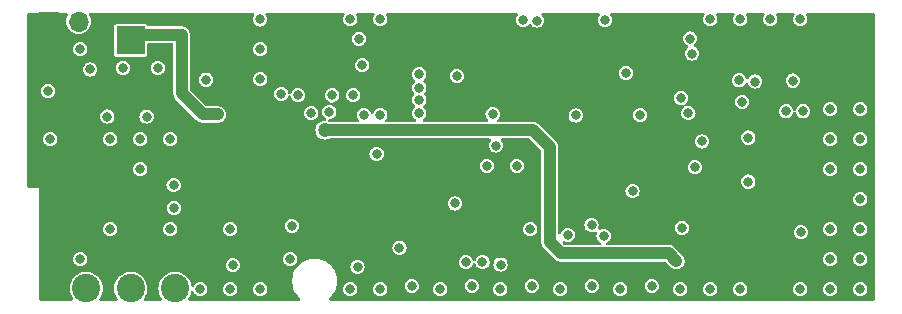
<source format=gbr>
%TF.GenerationSoftware,KiCad,Pcbnew,8.0.4*%
%TF.CreationDate,2024-09-18T13:26:39+01:00*%
%TF.ProjectId,BG95V4,42473935-5634-42e6-9b69-6361645f7063,rev?*%
%TF.SameCoordinates,Original*%
%TF.FileFunction,Copper,L3,Inr*%
%TF.FilePolarity,Positive*%
%FSLAX46Y46*%
G04 Gerber Fmt 4.6, Leading zero omitted, Abs format (unit mm)*
G04 Created by KiCad (PCBNEW 8.0.4) date 2024-09-18 13:26:39*
%MOMM*%
%LPD*%
G01*
G04 APERTURE LIST*
%TA.AperFunction,ComponentPad*%
%ADD10R,2.400000X2.400000*%
%TD*%
%TA.AperFunction,ComponentPad*%
%ADD11C,2.400000*%
%TD*%
%TA.AperFunction,ComponentPad*%
%ADD12R,1.700000X1.700000*%
%TD*%
%TA.AperFunction,ComponentPad*%
%ADD13O,1.700000X1.700000*%
%TD*%
%TA.AperFunction,ViaPad*%
%ADD14C,0.800000*%
%TD*%
%TA.AperFunction,ViaPad*%
%ADD15C,1.200000*%
%TD*%
%TA.AperFunction,Conductor*%
%ADD16C,1.000000*%
%TD*%
G04 APERTURE END LIST*
D10*
%TO.N,/+3V6d*%
%TO.C,BT1*%
X11750000Y19500000D03*
D11*
%TO.N,GND*%
X11750000Y-1500000D03*
X15500000Y-1500000D03*
X8000000Y-1500000D03*
%TD*%
D12*
%TO.N,/+3V6*%
%TO.C,J1*%
X4800000Y21100000D03*
D13*
%TO.N,/+3V6d*%
X7340000Y21100000D03*
%TD*%
D14*
%TO.N,GND*%
X73533000Y13685394D03*
X31369000Y17399000D03*
X39370000Y16510000D03*
X73533000Y6065394D03*
X65913000Y21305394D03*
X73533000Y985394D03*
X73533000Y8605394D03*
X58432288Y3644211D03*
X48133000Y-1554606D03*
X15113000Y11145394D03*
X36195000Y13335000D03*
X70993000Y8605394D03*
X17653000Y-1554606D03*
X37973000Y-1554606D03*
X58293000Y-1554606D03*
X63373000Y21305394D03*
X44450000Y8890000D03*
X4749800Y15214600D03*
X35560000Y-1270000D03*
X30353000Y21305394D03*
X60147200Y10947400D03*
X73533000Y-1554606D03*
X41910000Y8890000D03*
X31496000Y13208000D03*
X18135600Y16179800D03*
X22733000Y16225394D03*
X20193000Y-1554606D03*
X7493000Y18765394D03*
X12573000Y11145394D03*
X70993000Y11145394D03*
X53213000Y-1554606D03*
X32893000Y13208000D03*
X60833000Y21305394D03*
X28575000Y13462000D03*
X55880000Y-1270000D03*
X36195000Y14478000D03*
X25273000Y985394D03*
X45720000Y-1270000D03*
X45593000Y3525394D03*
X12573000Y8605394D03*
X25908000Y14859000D03*
X22733000Y-1554606D03*
X15113000Y3525394D03*
X68453000Y21305394D03*
X10033000Y3525394D03*
X22707600Y21285200D03*
X32893000Y-1554606D03*
X25400000Y3810000D03*
X36195000Y16637000D03*
X32893000Y21305394D03*
X49430000Y13150000D03*
X36195000Y15494000D03*
X24511000Y14986000D03*
X22733000Y18765394D03*
X30353000Y-1554606D03*
X27051000Y13335000D03*
X11099800Y17170400D03*
X28829000Y14859000D03*
X14046200Y17170400D03*
X60833000Y-1554606D03*
X31089600Y19634200D03*
X70993000Y13685394D03*
X73533000Y11145394D03*
X70993000Y985394D03*
X68453000Y-1554606D03*
X63373000Y-1554606D03*
X54250000Y6740000D03*
X13106400Y13055600D03*
X10033000Y11145394D03*
X70993000Y3525394D03*
X20193000Y3525394D03*
X70993000Y-1554606D03*
X4953000Y11145394D03*
X73533000Y3525394D03*
X40640000Y-1270000D03*
X30607000Y14859000D03*
X50800000Y-1270000D03*
X7493000Y985394D03*
X43053000Y-1554606D03*
X9779000Y13055600D03*
X8331200Y17043400D03*
%TO.N,/uGND*%
X42675000Y10600000D03*
X34510000Y1960000D03*
X42400000Y13250000D03*
%TO.N,/uRST*%
X41540000Y719989D03*
%TO.N,/uCLK*%
X32580000Y9900000D03*
X39200000Y5700000D03*
%TO.N,/uData*%
X40130000Y720000D03*
%TO.N,/uVDD*%
X43070000Y530000D03*
%TO.N,/VBAT*%
X57960000Y830000D03*
X47233980Y10491020D03*
D15*
X28200000Y11900000D03*
D14*
%TO.N,/uStatus*%
X67825000Y16100000D03*
%TO.N,/uPWRKEY*%
X68675000Y13500000D03*
%TO.N,/uDTR*%
X63275000Y16125000D03*
%TO.N,/TxD*%
X64050000Y11275000D03*
%TO.N,/RxD*%
X64050000Y7550000D03*
%TO.N,/uDCD*%
X64625000Y16025000D03*
%TO.N,Net-(Q1-Pad3)*%
X15417800Y5308600D03*
%TO.N,/RXD*%
X50775000Y3850000D03*
%TO.N,/TXD*%
X51800000Y2950000D03*
%TO.N,/VDD_EXT*%
X58350000Y14625000D03*
%TO.N,/DTR*%
X58975000Y13350000D03*
%TO.N,/DCD*%
X48768000Y3048000D03*
%TO.N,/PWRKEY*%
X51917600Y21234400D03*
%TO.N,/Status*%
X53695600Y16738600D03*
%TO.N,/Alim*%
X20400000Y475000D03*
X30962600Y330200D03*
%TO.N,/+3V6d*%
X19126200Y13233400D03*
X15392400Y7239000D03*
%TO.N,/+3V3_UC*%
X68500000Y3275000D03*
X67250000Y13500000D03*
X63525000Y14300000D03*
%TO.N,/T*%
X59512200Y8763000D03*
X54889400Y13182600D03*
%TO.N,/D+*%
X59283600Y18389600D03*
X44983400Y21234400D03*
%TO.N,/D-*%
X46151800Y21183600D03*
X59125498Y19659600D03*
%TD*%
D16*
%TO.N,/VBAT*%
X45825000Y11900000D02*
X47233980Y10491020D01*
X47233980Y2448420D02*
X48209200Y1473200D01*
X57316800Y1473200D02*
X57960000Y830000D01*
X48209200Y1473200D02*
X57316800Y1473200D01*
X47233980Y10491020D02*
X47233980Y2448420D01*
X28200000Y11900000D02*
X45825000Y11900000D01*
%TO.N,/+3V6d*%
X16060000Y15029600D02*
X16060000Y20000000D01*
X19126200Y13233400D02*
X17856200Y13233400D01*
X16060000Y20000000D02*
X11750000Y20000000D01*
X17856200Y13233400D02*
X16060000Y15029600D01*
%TD*%
%TA.AperFunction,Conductor*%
%TO.N,/+3V6*%
G36*
X6401971Y21819398D02*
G01*
X6448464Y21765742D01*
X6458568Y21695468D01*
X6444972Y21654004D01*
X6364768Y21503954D01*
X6315144Y21340362D01*
X6304698Y21305927D01*
X6284417Y21100003D01*
X6284417Y21099996D01*
X6304698Y20894072D01*
X6364768Y20696045D01*
X6462313Y20513552D01*
X6593590Y20353590D01*
X6753552Y20222313D01*
X6936045Y20124768D01*
X7134072Y20064698D01*
X7339997Y20044417D01*
X7340000Y20044417D01*
X7340003Y20044417D01*
X7545927Y20064698D01*
X7560080Y20068991D01*
X7743954Y20124768D01*
X7926447Y20222313D01*
X7926448Y20222314D01*
X7926450Y20222315D01*
X8086410Y20353590D01*
X8217685Y20513550D01*
X8315232Y20696046D01*
X8322422Y20719750D01*
X10349500Y20719750D01*
X10349500Y18280249D01*
X10361132Y18221771D01*
X10361133Y18221768D01*
X10405448Y18155448D01*
X10471768Y18111133D01*
X10471771Y18111132D01*
X10530249Y18099500D01*
X10530252Y18099500D01*
X12969750Y18099500D01*
X13028228Y18111132D01*
X13028231Y18111133D01*
X13094552Y18155448D01*
X13138867Y18221769D01*
X13150500Y18280252D01*
X13150500Y19173500D01*
X13170502Y19241621D01*
X13224158Y19288114D01*
X13276500Y19299500D01*
X15233500Y19299500D01*
X15301621Y19279498D01*
X15348114Y19225842D01*
X15359500Y19173500D01*
X15359500Y14960602D01*
X15386420Y14825271D01*
X15386421Y14825268D01*
X15439225Y14697789D01*
X15515885Y14583058D01*
X15515890Y14583052D01*
X17312086Y12786858D01*
X17344626Y12754318D01*
X17409658Y12689285D01*
X17512600Y12620502D01*
X17524389Y12612625D01*
X17599066Y12581692D01*
X17599066Y12581691D01*
X17651863Y12559822D01*
X17651876Y12559818D01*
X17678789Y12554464D01*
X17678790Y12554465D01*
X17787201Y12532900D01*
X17787207Y12532900D01*
X19195195Y12532900D01*
X19330528Y12559820D01*
X19330531Y12559821D01*
X19383332Y12581692D01*
X19458011Y12612625D01*
X19540040Y12667435D01*
X19572741Y12689285D01*
X19572747Y12689290D01*
X19670309Y12786852D01*
X19670314Y12786858D01*
X19689686Y12815850D01*
X19746975Y12901589D01*
X19799780Y13029072D01*
X19826700Y13164407D01*
X19826700Y13302393D01*
X19820214Y13335000D01*
X26445318Y13335000D01*
X26445318Y13334999D01*
X26465955Y13178239D01*
X26526463Y13032160D01*
X26526465Y13032157D01*
X26622718Y12906718D01*
X26748157Y12810465D01*
X26748160Y12810463D01*
X26894239Y12749955D01*
X27051000Y12729318D01*
X27207760Y12749955D01*
X27353839Y12810463D01*
X27353842Y12810465D01*
X27360860Y12815850D01*
X27479282Y12906718D01*
X27575536Y13032159D01*
X27636044Y13178238D01*
X27652389Y13302393D01*
X27656682Y13334999D01*
X27656682Y13335000D01*
X27653063Y13362486D01*
X27636044Y13491762D01*
X27575536Y13637841D01*
X27479282Y13763282D01*
X27353841Y13859536D01*
X27207762Y13920044D01*
X27051000Y13940682D01*
X26894238Y13920044D01*
X26748159Y13859536D01*
X26622718Y13763282D01*
X26528615Y13640644D01*
X26526465Y13637842D01*
X26526463Y13637839D01*
X26465955Y13491760D01*
X26445318Y13335000D01*
X19820214Y13335000D01*
X19799780Y13437728D01*
X19746975Y13565211D01*
X19670314Y13679942D01*
X19572742Y13777514D01*
X19458011Y13854175D01*
X19330528Y13906980D01*
X19195193Y13933900D01*
X19195192Y13933900D01*
X18198546Y13933900D01*
X18130425Y13953902D01*
X18109451Y13970805D01*
X17094256Y14986000D01*
X23905318Y14986000D01*
X23905318Y14985999D01*
X23925955Y14829239D01*
X23986463Y14683160D01*
X23986465Y14683157D01*
X24082718Y14557718D01*
X24208157Y14461465D01*
X24208160Y14461463D01*
X24354239Y14400955D01*
X24511000Y14380318D01*
X24667760Y14400955D01*
X24813839Y14461463D01*
X24813842Y14461465D01*
X24822670Y14468239D01*
X24939282Y14557718D01*
X25035536Y14683159D01*
X25075589Y14779856D01*
X25120138Y14835137D01*
X25187501Y14857558D01*
X25256292Y14840000D01*
X25304671Y14788037D01*
X25316920Y14748085D01*
X25322955Y14702239D01*
X25383463Y14556160D01*
X25383465Y14556157D01*
X25479718Y14430718D01*
X25605157Y14334465D01*
X25605160Y14334463D01*
X25751239Y14273955D01*
X25908000Y14253318D01*
X26064760Y14273955D01*
X26210839Y14334463D01*
X26210842Y14334465D01*
X26270599Y14380318D01*
X26336282Y14430718D01*
X26432536Y14556159D01*
X26493044Y14702238D01*
X26504340Y14788037D01*
X26513682Y14858999D01*
X26513682Y14859000D01*
X26496962Y14986000D01*
X26493044Y15015762D01*
X26432536Y15161841D01*
X26336282Y15287282D01*
X26210841Y15383536D01*
X26064762Y15444044D01*
X25908000Y15464682D01*
X25751238Y15444044D01*
X25605159Y15383536D01*
X25479718Y15287282D01*
X25405959Y15191157D01*
X25383465Y15161842D01*
X25383461Y15161835D01*
X25343409Y15065142D01*
X25298861Y15009861D01*
X25231497Y14987441D01*
X25162706Y15005000D01*
X25114328Y15056962D01*
X25102080Y15096913D01*
X25096044Y15142762D01*
X25035536Y15288841D01*
X24939282Y15414282D01*
X24813841Y15510536D01*
X24667762Y15571044D01*
X24511000Y15591682D01*
X24354238Y15571044D01*
X24208159Y15510536D01*
X24082718Y15414282D01*
X24010186Y15319756D01*
X23986465Y15288842D01*
X23986463Y15288839D01*
X23925955Y15142760D01*
X23905318Y14986000D01*
X17094256Y14986000D01*
X16797405Y15282851D01*
X16763379Y15345163D01*
X16760500Y15371946D01*
X16760500Y16179800D01*
X17529918Y16179800D01*
X17529918Y16179799D01*
X17550555Y16023039D01*
X17611063Y15876960D01*
X17611065Y15876957D01*
X17707318Y15751518D01*
X17832757Y15655265D01*
X17832760Y15655263D01*
X17978839Y15594755D01*
X18135600Y15574118D01*
X18292360Y15594755D01*
X18438439Y15655263D01*
X18438442Y15655265D01*
X18459884Y15671718D01*
X18563882Y15751518D01*
X18660136Y15876959D01*
X18720644Y16023038D01*
X18734067Y16124999D01*
X18741282Y16179799D01*
X18741282Y16179800D01*
X18735280Y16225394D01*
X22127318Y16225394D01*
X22127318Y16225393D01*
X22147955Y16068633D01*
X22208463Y15922554D01*
X22208465Y15922551D01*
X22304718Y15797112D01*
X22430157Y15700859D01*
X22430160Y15700857D01*
X22576239Y15640349D01*
X22733000Y15619712D01*
X22889760Y15640349D01*
X23035839Y15700857D01*
X23035842Y15700859D01*
X23085723Y15739134D01*
X23161282Y15797112D01*
X23257536Y15922553D01*
X23318044Y16068632D01*
X23332679Y16179799D01*
X23338682Y16225393D01*
X23338682Y16225394D01*
X23329436Y16295624D01*
X23318044Y16382156D01*
X23257536Y16528235D01*
X23161282Y16653676D01*
X23035841Y16749930D01*
X22889762Y16810438D01*
X22733000Y16831076D01*
X22576238Y16810438D01*
X22430159Y16749930D01*
X22304718Y16653676D01*
X22208465Y16528236D01*
X22208463Y16528233D01*
X22147955Y16382154D01*
X22127318Y16225394D01*
X18735280Y16225394D01*
X18727859Y16281760D01*
X18720644Y16336562D01*
X18660136Y16482641D01*
X18563882Y16608082D01*
X18438441Y16704336D01*
X18292362Y16764844D01*
X18135600Y16785482D01*
X17978838Y16764844D01*
X17832759Y16704336D01*
X17707318Y16608082D01*
X17611065Y16482642D01*
X17611063Y16482639D01*
X17550555Y16336560D01*
X17529918Y16179800D01*
X16760500Y16179800D01*
X16760500Y17399000D01*
X30763318Y17399000D01*
X30763318Y17398999D01*
X30783955Y17242239D01*
X30844463Y17096160D01*
X30844465Y17096157D01*
X30940718Y16970718D01*
X31066157Y16874465D01*
X31066160Y16874463D01*
X31212239Y16813955D01*
X31369000Y16793318D01*
X31525760Y16813955D01*
X31671839Y16874463D01*
X31671842Y16874465D01*
X31797282Y16970718D01*
X31893536Y17096159D01*
X31954044Y17242238D01*
X31974682Y17399000D01*
X31954044Y17555762D01*
X31893536Y17701841D01*
X31797282Y17827282D01*
X31671841Y17923536D01*
X31525762Y17984044D01*
X31369000Y18004682D01*
X31212238Y17984044D01*
X31066159Y17923536D01*
X30940718Y17827282D01*
X30885595Y17755444D01*
X30844465Y17701842D01*
X30844463Y17701839D01*
X30783955Y17555760D01*
X30763318Y17399000D01*
X16760500Y17399000D01*
X16760500Y18765394D01*
X22127318Y18765394D01*
X22127318Y18765393D01*
X22147955Y18608633D01*
X22208463Y18462554D01*
X22208465Y18462551D01*
X22304718Y18337112D01*
X22430157Y18240859D01*
X22430160Y18240857D01*
X22576239Y18180349D01*
X22733000Y18159712D01*
X22889760Y18180349D01*
X23035839Y18240857D01*
X23035842Y18240859D01*
X23087180Y18280252D01*
X23161282Y18337112D01*
X23257536Y18462553D01*
X23318044Y18608632D01*
X23338682Y18765394D01*
X23318044Y18922156D01*
X23257536Y19068235D01*
X23161282Y19193676D01*
X23035841Y19289930D01*
X22889762Y19350438D01*
X22733000Y19371076D01*
X22576238Y19350438D01*
X22430159Y19289930D01*
X22304718Y19193676D01*
X22208465Y19068236D01*
X22208463Y19068233D01*
X22147955Y18922154D01*
X22127318Y18765394D01*
X16760500Y18765394D01*
X16760500Y19634200D01*
X30483918Y19634200D01*
X30483918Y19634199D01*
X30504555Y19477439D01*
X30565063Y19331360D01*
X30565065Y19331357D01*
X30661318Y19205918D01*
X30786757Y19109665D01*
X30786760Y19109663D01*
X30932839Y19049155D01*
X31089600Y19028518D01*
X31246360Y19049155D01*
X31392439Y19109663D01*
X31392442Y19109665D01*
X31517882Y19205918D01*
X31614136Y19331359D01*
X31674644Y19477438D01*
X31695282Y19634200D01*
X31691938Y19659600D01*
X58519816Y19659600D01*
X58519816Y19659599D01*
X58540453Y19502839D01*
X58600961Y19356760D01*
X58600963Y19356757D01*
X58697216Y19231318D01*
X58822655Y19135065D01*
X58822662Y19135061D01*
X58910691Y19098598D01*
X58965972Y19054050D01*
X58988392Y18986686D01*
X58970833Y18917895D01*
X58939176Y18882228D01*
X58879862Y18836715D01*
X58855319Y18817883D01*
X58759065Y18692442D01*
X58759063Y18692439D01*
X58698555Y18546360D01*
X58677918Y18389600D01*
X58677918Y18389599D01*
X58698555Y18232839D01*
X58759063Y18086760D01*
X58759065Y18086757D01*
X58855318Y17961318D01*
X58980757Y17865065D01*
X58980760Y17865063D01*
X59126839Y17804555D01*
X59283600Y17783918D01*
X59440360Y17804555D01*
X59586439Y17865063D01*
X59586442Y17865065D01*
X59711882Y17961318D01*
X59808136Y18086759D01*
X59868644Y18232838D01*
X59889282Y18389600D01*
X59868644Y18546362D01*
X59808136Y18692441D01*
X59711882Y18817882D01*
X59586441Y18914136D01*
X59498404Y18950601D01*
X59443126Y18995148D01*
X59420705Y19062511D01*
X59438263Y19131303D01*
X59469922Y19166972D01*
X59553778Y19231316D01*
X59561686Y19241621D01*
X59650034Y19356759D01*
X59710542Y19502838D01*
X59731180Y19659600D01*
X59710542Y19816362D01*
X59650034Y19962441D01*
X59553780Y20087882D01*
X59428339Y20184136D01*
X59282260Y20244644D01*
X59125498Y20265282D01*
X58968736Y20244644D01*
X58822657Y20184136D01*
X58697216Y20087882D01*
X58600963Y19962442D01*
X58600961Y19962439D01*
X58540453Y19816360D01*
X58519816Y19659600D01*
X31691938Y19659600D01*
X31674644Y19790962D01*
X31614136Y19937041D01*
X31517882Y20062482D01*
X31392441Y20158736D01*
X31246362Y20219244D01*
X31089600Y20239882D01*
X30932838Y20219244D01*
X30786759Y20158736D01*
X30661318Y20062482D01*
X30584555Y19962442D01*
X30565065Y19937042D01*
X30565063Y19937039D01*
X30504555Y19790960D01*
X30483918Y19634200D01*
X16760500Y19634200D01*
X16760500Y20068991D01*
X16760500Y20068993D01*
X16733580Y20204328D01*
X16680775Y20331811D01*
X16604114Y20446542D01*
X16506542Y20544114D01*
X16391811Y20620775D01*
X16264328Y20673580D01*
X16128993Y20700500D01*
X16128992Y20700500D01*
X13255255Y20700500D01*
X13187134Y20720502D01*
X13145945Y20768036D01*
X13145761Y20767913D01*
X13144779Y20769381D01*
X13140641Y20774158D01*
X13138870Y20778224D01*
X13138867Y20778227D01*
X13138867Y20778231D01*
X13094552Y20844552D01*
X13028231Y20888867D01*
X12969748Y20900500D01*
X10530252Y20900500D01*
X10471769Y20888867D01*
X10405448Y20844552D01*
X10379767Y20806118D01*
X10361133Y20778231D01*
X10361132Y20778228D01*
X10349500Y20719750D01*
X8322422Y20719750D01*
X8375300Y20894066D01*
X8383997Y20982359D01*
X8395583Y21099996D01*
X8395583Y21100003D01*
X8375301Y21305927D01*
X8375300Y21305928D01*
X8375300Y21305934D01*
X8315232Y21503954D01*
X8235028Y21654004D01*
X8220556Y21723510D01*
X8245959Y21789806D01*
X8303172Y21831844D01*
X8346150Y21839400D01*
X22120436Y21839400D01*
X22188557Y21819398D01*
X22235050Y21765742D01*
X22245154Y21695468D01*
X22220398Y21636696D01*
X22183068Y21588047D01*
X22183063Y21588039D01*
X22122555Y21441960D01*
X22101918Y21285200D01*
X22101918Y21285199D01*
X22122555Y21128439D01*
X22183063Y20982360D01*
X22183065Y20982357D01*
X22279318Y20856918D01*
X22404757Y20760665D01*
X22404760Y20760663D01*
X22550839Y20700155D01*
X22707600Y20679518D01*
X22864360Y20700155D01*
X23010439Y20760663D01*
X23010442Y20760665D01*
X23021801Y20769381D01*
X23135882Y20856918D01*
X23232136Y20982359D01*
X23292644Y21128438D01*
X23313282Y21285200D01*
X23292644Y21441962D01*
X23232136Y21588041D01*
X23194802Y21636696D01*
X23169201Y21702916D01*
X23183466Y21772465D01*
X23233067Y21823261D01*
X23294764Y21839400D01*
X29750340Y21839400D01*
X29818461Y21819398D01*
X29864954Y21765742D01*
X29875058Y21695468D01*
X29850303Y21636697D01*
X29828468Y21608241D01*
X29828463Y21608233D01*
X29767955Y21462154D01*
X29747318Y21305394D01*
X29747318Y21305393D01*
X29767955Y21148633D01*
X29828463Y21002554D01*
X29828465Y21002551D01*
X29924718Y20877112D01*
X30050157Y20780859D01*
X30050160Y20780857D01*
X30196239Y20720349D01*
X30353000Y20699712D01*
X30509760Y20720349D01*
X30655839Y20780857D01*
X30655842Y20780859D01*
X30781282Y20877112D01*
X30877536Y21002553D01*
X30938044Y21148632D01*
X30956023Y21285199D01*
X30958682Y21305393D01*
X30958682Y21305394D01*
X30940703Y21441960D01*
X30938044Y21462156D01*
X30877536Y21608235D01*
X30868855Y21619548D01*
X30855697Y21636697D01*
X30830097Y21702917D01*
X30844362Y21772466D01*
X30893964Y21823262D01*
X30955660Y21839400D01*
X32290340Y21839400D01*
X32358461Y21819398D01*
X32404954Y21765742D01*
X32415058Y21695468D01*
X32390303Y21636697D01*
X32368468Y21608241D01*
X32368463Y21608233D01*
X32307955Y21462154D01*
X32287318Y21305394D01*
X32287318Y21305393D01*
X32307955Y21148633D01*
X32368463Y21002554D01*
X32368465Y21002551D01*
X32464718Y20877112D01*
X32590157Y20780859D01*
X32590160Y20780857D01*
X32736239Y20720349D01*
X32893000Y20699712D01*
X33049760Y20720349D01*
X33195839Y20780857D01*
X33195842Y20780859D01*
X33321282Y20877112D01*
X33417536Y21002553D01*
X33478044Y21148632D01*
X33496023Y21285199D01*
X33498682Y21305393D01*
X33498682Y21305394D01*
X33480703Y21441960D01*
X33478044Y21462156D01*
X33417536Y21608235D01*
X33408855Y21619548D01*
X33395697Y21636697D01*
X33370097Y21702917D01*
X33384362Y21772466D01*
X33433964Y21823262D01*
X33495660Y21839400D01*
X44435216Y21839400D01*
X44503337Y21819398D01*
X44549830Y21765742D01*
X44559934Y21695468D01*
X44535179Y21636698D01*
X44497843Y21588039D01*
X44458865Y21537242D01*
X44458863Y21537239D01*
X44398355Y21391160D01*
X44377718Y21234400D01*
X44377718Y21234399D01*
X44398355Y21077639D01*
X44458863Y20931560D01*
X44458865Y20931557D01*
X44555118Y20806118D01*
X44680557Y20709865D01*
X44680560Y20709863D01*
X44826639Y20649355D01*
X44983400Y20628718D01*
X45140160Y20649355D01*
X45286239Y20709863D01*
X45286242Y20709865D01*
X45299125Y20719750D01*
X45411682Y20806118D01*
X45448146Y20853639D01*
X45505484Y20895507D01*
X45576355Y20899729D01*
X45638258Y20864965D01*
X45648071Y20853641D01*
X45723517Y20755318D01*
X45848957Y20659065D01*
X45848960Y20659063D01*
X45995039Y20598555D01*
X46151800Y20577918D01*
X46308560Y20598555D01*
X46454639Y20659063D01*
X46454642Y20659065D01*
X46473557Y20673579D01*
X46580082Y20755318D01*
X46676336Y20880759D01*
X46736844Y21026838D01*
X46757482Y21183600D01*
X46736844Y21340362D01*
X46676336Y21486441D01*
X46580082Y21611882D01*
X46578053Y21613438D01*
X46576773Y21615191D01*
X46574243Y21617722D01*
X46574637Y21618116D01*
X46536187Y21670776D01*
X46531966Y21741647D01*
X46566731Y21803550D01*
X46629444Y21836831D01*
X46654759Y21839400D01*
X51369416Y21839400D01*
X51437537Y21819398D01*
X51484030Y21765742D01*
X51494134Y21695468D01*
X51469379Y21636698D01*
X51432043Y21588039D01*
X51393065Y21537242D01*
X51393063Y21537239D01*
X51332555Y21391160D01*
X51311918Y21234400D01*
X51311918Y21234399D01*
X51332555Y21077639D01*
X51393063Y20931560D01*
X51393065Y20931557D01*
X51489318Y20806118D01*
X51614757Y20709865D01*
X51614760Y20709863D01*
X51760839Y20649355D01*
X51917600Y20628718D01*
X52074360Y20649355D01*
X52220439Y20709863D01*
X52220442Y20709865D01*
X52233322Y20719748D01*
X52345882Y20806118D01*
X52442136Y20931559D01*
X52502644Y21077638D01*
X52523282Y21234400D01*
X52502644Y21391162D01*
X52442136Y21537241D01*
X52365820Y21636697D01*
X52340221Y21702916D01*
X52354486Y21772465D01*
X52404087Y21823261D01*
X52465784Y21839400D01*
X60230340Y21839400D01*
X60298461Y21819398D01*
X60344954Y21765742D01*
X60355058Y21695468D01*
X60330303Y21636697D01*
X60308468Y21608241D01*
X60308463Y21608233D01*
X60247955Y21462154D01*
X60227318Y21305394D01*
X60227318Y21305393D01*
X60247955Y21148633D01*
X60308463Y21002554D01*
X60308465Y21002551D01*
X60404718Y20877112D01*
X60530157Y20780859D01*
X60530160Y20780857D01*
X60676239Y20720349D01*
X60833000Y20699712D01*
X60989760Y20720349D01*
X61135839Y20780857D01*
X61135842Y20780859D01*
X61261282Y20877112D01*
X61357536Y21002553D01*
X61418044Y21148632D01*
X61436023Y21285199D01*
X61438682Y21305393D01*
X61438682Y21305394D01*
X61420703Y21441960D01*
X61418044Y21462156D01*
X61357536Y21608235D01*
X61348855Y21619548D01*
X61335697Y21636697D01*
X61310097Y21702917D01*
X61324362Y21772466D01*
X61373964Y21823262D01*
X61435660Y21839400D01*
X62770340Y21839400D01*
X62838461Y21819398D01*
X62884954Y21765742D01*
X62895058Y21695468D01*
X62870303Y21636697D01*
X62848468Y21608241D01*
X62848463Y21608233D01*
X62787955Y21462154D01*
X62767318Y21305394D01*
X62767318Y21305393D01*
X62787955Y21148633D01*
X62848463Y21002554D01*
X62848465Y21002551D01*
X62944718Y20877112D01*
X63070157Y20780859D01*
X63070160Y20780857D01*
X63216239Y20720349D01*
X63373000Y20699712D01*
X63529760Y20720349D01*
X63675839Y20780857D01*
X63675842Y20780859D01*
X63801282Y20877112D01*
X63897536Y21002553D01*
X63958044Y21148632D01*
X63976023Y21285199D01*
X63978682Y21305393D01*
X63978682Y21305394D01*
X63960703Y21441960D01*
X63958044Y21462156D01*
X63897536Y21608235D01*
X63888855Y21619548D01*
X63875697Y21636697D01*
X63850097Y21702917D01*
X63864362Y21772466D01*
X63913964Y21823262D01*
X63975660Y21839400D01*
X65310340Y21839400D01*
X65378461Y21819398D01*
X65424954Y21765742D01*
X65435058Y21695468D01*
X65410303Y21636697D01*
X65388468Y21608241D01*
X65388463Y21608233D01*
X65327955Y21462154D01*
X65307318Y21305394D01*
X65307318Y21305393D01*
X65327955Y21148633D01*
X65388463Y21002554D01*
X65388465Y21002551D01*
X65484718Y20877112D01*
X65610157Y20780859D01*
X65610160Y20780857D01*
X65756239Y20720349D01*
X65913000Y20699712D01*
X66069760Y20720349D01*
X66215839Y20780857D01*
X66215842Y20780859D01*
X66341282Y20877112D01*
X66437536Y21002553D01*
X66498044Y21148632D01*
X66516023Y21285199D01*
X66518682Y21305393D01*
X66518682Y21305394D01*
X66500703Y21441960D01*
X66498044Y21462156D01*
X66437536Y21608235D01*
X66428855Y21619548D01*
X66415697Y21636697D01*
X66390097Y21702917D01*
X66404362Y21772466D01*
X66453964Y21823262D01*
X66515660Y21839400D01*
X67850340Y21839400D01*
X67918461Y21819398D01*
X67964954Y21765742D01*
X67975058Y21695468D01*
X67950303Y21636697D01*
X67928468Y21608241D01*
X67928463Y21608233D01*
X67867955Y21462154D01*
X67847318Y21305394D01*
X67847318Y21305393D01*
X67867955Y21148633D01*
X67928463Y21002554D01*
X67928465Y21002551D01*
X68024718Y20877112D01*
X68150157Y20780859D01*
X68150160Y20780857D01*
X68296239Y20720349D01*
X68453000Y20699712D01*
X68609760Y20720349D01*
X68755839Y20780857D01*
X68755842Y20780859D01*
X68881282Y20877112D01*
X68977536Y21002553D01*
X69038044Y21148632D01*
X69056023Y21285199D01*
X69058682Y21305393D01*
X69058682Y21305394D01*
X69040703Y21441960D01*
X69038044Y21462156D01*
X68977536Y21608235D01*
X68968855Y21619548D01*
X68955697Y21636697D01*
X68930097Y21702917D01*
X68944362Y21772466D01*
X68993964Y21823262D01*
X69055660Y21839400D01*
X74629800Y21839400D01*
X74697921Y21819398D01*
X74744414Y21765742D01*
X74755800Y21713400D01*
X74755800Y-2399000D01*
X74735798Y-2467121D01*
X74682142Y-2513614D01*
X74629800Y-2525000D01*
X28658320Y-2525000D01*
X28590199Y-2504998D01*
X28543706Y-2451342D01*
X28533602Y-2381068D01*
X28563096Y-2316488D01*
X28581614Y-2299039D01*
X28583592Y-2297520D01*
X28586176Y-2295538D01*
X28762338Y-2119376D01*
X28913999Y-1921727D01*
X29038564Y-1705973D01*
X29101263Y-1554605D01*
X29747318Y-1554605D01*
X29747318Y-1554606D01*
X29767955Y-1711366D01*
X29827469Y-1855044D01*
X29828464Y-1857447D01*
X29924718Y-1982888D01*
X30050159Y-2079142D01*
X30196238Y-2139650D01*
X30353000Y-2160288D01*
X30509762Y-2139650D01*
X30655841Y-2079142D01*
X30781282Y-1982888D01*
X30877536Y-1857447D01*
X30938044Y-1711368D01*
X30958682Y-1554606D01*
X30958682Y-1554605D01*
X32287318Y-1554605D01*
X32287318Y-1554606D01*
X32307955Y-1711366D01*
X32367469Y-1855044D01*
X32368464Y-1857447D01*
X32464718Y-1982888D01*
X32590159Y-2079142D01*
X32736238Y-2139650D01*
X32893000Y-2160288D01*
X33049762Y-2139650D01*
X33195841Y-2079142D01*
X33321282Y-1982888D01*
X33417536Y-1857447D01*
X33478044Y-1711368D01*
X33498682Y-1554606D01*
X33478044Y-1397844D01*
X33425089Y-1269999D01*
X34954318Y-1269999D01*
X34954318Y-1270000D01*
X34974955Y-1426760D01*
X34974956Y-1426762D01*
X35035464Y-1572841D01*
X35131718Y-1698282D01*
X35257159Y-1794536D01*
X35403238Y-1855044D01*
X35560000Y-1875682D01*
X35716762Y-1855044D01*
X35862841Y-1794536D01*
X35988282Y-1698282D01*
X36084536Y-1572841D01*
X36092090Y-1554605D01*
X37367318Y-1554605D01*
X37367318Y-1554606D01*
X37387955Y-1711366D01*
X37447469Y-1855044D01*
X37448464Y-1857447D01*
X37544718Y-1982888D01*
X37670159Y-2079142D01*
X37816238Y-2139650D01*
X37973000Y-2160288D01*
X38129762Y-2139650D01*
X38275841Y-2079142D01*
X38401282Y-1982888D01*
X38497536Y-1857447D01*
X38558044Y-1711368D01*
X38578682Y-1554606D01*
X38558044Y-1397844D01*
X38505089Y-1269999D01*
X40034318Y-1269999D01*
X40034318Y-1270000D01*
X40054955Y-1426760D01*
X40054956Y-1426762D01*
X40115464Y-1572841D01*
X40211718Y-1698282D01*
X40337159Y-1794536D01*
X40483238Y-1855044D01*
X40640000Y-1875682D01*
X40796762Y-1855044D01*
X40942841Y-1794536D01*
X41068282Y-1698282D01*
X41164536Y-1572841D01*
X41172090Y-1554605D01*
X42447318Y-1554605D01*
X42447318Y-1554606D01*
X42467955Y-1711366D01*
X42527469Y-1855044D01*
X42528464Y-1857447D01*
X42624718Y-1982888D01*
X42750159Y-2079142D01*
X42896238Y-2139650D01*
X43053000Y-2160288D01*
X43209762Y-2139650D01*
X43355841Y-2079142D01*
X43481282Y-1982888D01*
X43577536Y-1857447D01*
X43638044Y-1711368D01*
X43658682Y-1554606D01*
X43638044Y-1397844D01*
X43585089Y-1269999D01*
X45114318Y-1269999D01*
X45114318Y-1270000D01*
X45134955Y-1426760D01*
X45134956Y-1426762D01*
X45195464Y-1572841D01*
X45291718Y-1698282D01*
X45417159Y-1794536D01*
X45563238Y-1855044D01*
X45720000Y-1875682D01*
X45876762Y-1855044D01*
X46022841Y-1794536D01*
X46148282Y-1698282D01*
X46244536Y-1572841D01*
X46252090Y-1554605D01*
X47527318Y-1554605D01*
X47527318Y-1554606D01*
X47547955Y-1711366D01*
X47607469Y-1855044D01*
X47608464Y-1857447D01*
X47704718Y-1982888D01*
X47830159Y-2079142D01*
X47976238Y-2139650D01*
X48133000Y-2160288D01*
X48289762Y-2139650D01*
X48435841Y-2079142D01*
X48561282Y-1982888D01*
X48657536Y-1857447D01*
X48718044Y-1711368D01*
X48738682Y-1554606D01*
X48718044Y-1397844D01*
X48665089Y-1269999D01*
X50194318Y-1269999D01*
X50194318Y-1270000D01*
X50214955Y-1426760D01*
X50214956Y-1426762D01*
X50275464Y-1572841D01*
X50371718Y-1698282D01*
X50497159Y-1794536D01*
X50643238Y-1855044D01*
X50800000Y-1875682D01*
X50956762Y-1855044D01*
X51102841Y-1794536D01*
X51228282Y-1698282D01*
X51324536Y-1572841D01*
X51332090Y-1554605D01*
X52607318Y-1554605D01*
X52607318Y-1554606D01*
X52627955Y-1711366D01*
X52687469Y-1855044D01*
X52688464Y-1857447D01*
X52784718Y-1982888D01*
X52910159Y-2079142D01*
X53056238Y-2139650D01*
X53213000Y-2160288D01*
X53369762Y-2139650D01*
X53515841Y-2079142D01*
X53641282Y-1982888D01*
X53737536Y-1857447D01*
X53798044Y-1711368D01*
X53818682Y-1554606D01*
X53798044Y-1397844D01*
X53745089Y-1269999D01*
X55274318Y-1269999D01*
X55274318Y-1270000D01*
X55294955Y-1426760D01*
X55294956Y-1426762D01*
X55355464Y-1572841D01*
X55451718Y-1698282D01*
X55577159Y-1794536D01*
X55723238Y-1855044D01*
X55880000Y-1875682D01*
X56036762Y-1855044D01*
X56182841Y-1794536D01*
X56308282Y-1698282D01*
X56404536Y-1572841D01*
X56412090Y-1554605D01*
X57687318Y-1554605D01*
X57687318Y-1554606D01*
X57707955Y-1711366D01*
X57767469Y-1855044D01*
X57768464Y-1857447D01*
X57864718Y-1982888D01*
X57990159Y-2079142D01*
X58136238Y-2139650D01*
X58293000Y-2160288D01*
X58449762Y-2139650D01*
X58595841Y-2079142D01*
X58721282Y-1982888D01*
X58817536Y-1857447D01*
X58878044Y-1711368D01*
X58898682Y-1554606D01*
X58898682Y-1554605D01*
X60227318Y-1554605D01*
X60227318Y-1554606D01*
X60247955Y-1711366D01*
X60307469Y-1855044D01*
X60308464Y-1857447D01*
X60404718Y-1982888D01*
X60530159Y-2079142D01*
X60676238Y-2139650D01*
X60833000Y-2160288D01*
X60989762Y-2139650D01*
X61135841Y-2079142D01*
X61261282Y-1982888D01*
X61357536Y-1857447D01*
X61418044Y-1711368D01*
X61438682Y-1554606D01*
X61438682Y-1554605D01*
X62767318Y-1554605D01*
X62767318Y-1554606D01*
X62787955Y-1711366D01*
X62847469Y-1855044D01*
X62848464Y-1857447D01*
X62944718Y-1982888D01*
X63070159Y-2079142D01*
X63216238Y-2139650D01*
X63373000Y-2160288D01*
X63529762Y-2139650D01*
X63675841Y-2079142D01*
X63801282Y-1982888D01*
X63897536Y-1857447D01*
X63958044Y-1711368D01*
X63978682Y-1554606D01*
X63978682Y-1554605D01*
X67847318Y-1554605D01*
X67847318Y-1554606D01*
X67867955Y-1711366D01*
X67927469Y-1855044D01*
X67928464Y-1857447D01*
X68024718Y-1982888D01*
X68150159Y-2079142D01*
X68296238Y-2139650D01*
X68453000Y-2160288D01*
X68609762Y-2139650D01*
X68755841Y-2079142D01*
X68881282Y-1982888D01*
X68977536Y-1857447D01*
X69038044Y-1711368D01*
X69058682Y-1554606D01*
X69058682Y-1554605D01*
X70387318Y-1554605D01*
X70387318Y-1554606D01*
X70407955Y-1711366D01*
X70467469Y-1855044D01*
X70468464Y-1857447D01*
X70564718Y-1982888D01*
X70690159Y-2079142D01*
X70836238Y-2139650D01*
X70993000Y-2160288D01*
X71149762Y-2139650D01*
X71295841Y-2079142D01*
X71421282Y-1982888D01*
X71517536Y-1857447D01*
X71578044Y-1711368D01*
X71598682Y-1554606D01*
X71598682Y-1554605D01*
X72927318Y-1554605D01*
X72927318Y-1554606D01*
X72947955Y-1711366D01*
X73007469Y-1855044D01*
X73008464Y-1857447D01*
X73104718Y-1982888D01*
X73230159Y-2079142D01*
X73376238Y-2139650D01*
X73533000Y-2160288D01*
X73689762Y-2139650D01*
X73835841Y-2079142D01*
X73961282Y-1982888D01*
X74057536Y-1857447D01*
X74118044Y-1711368D01*
X74138682Y-1554606D01*
X74118044Y-1397844D01*
X74057536Y-1251765D01*
X73961282Y-1126324D01*
X73835841Y-1030070D01*
X73734679Y-988167D01*
X73689760Y-969561D01*
X73533000Y-948924D01*
X73376239Y-969561D01*
X73230160Y-1030069D01*
X73230157Y-1030071D01*
X73104718Y-1126324D01*
X73008465Y-1251763D01*
X73008463Y-1251766D01*
X72947955Y-1397845D01*
X72927318Y-1554605D01*
X71598682Y-1554605D01*
X71578044Y-1397844D01*
X71517536Y-1251765D01*
X71421282Y-1126324D01*
X71295841Y-1030070D01*
X71194679Y-988167D01*
X71149760Y-969561D01*
X70993000Y-948924D01*
X70836239Y-969561D01*
X70690160Y-1030069D01*
X70690157Y-1030071D01*
X70564718Y-1126324D01*
X70468465Y-1251763D01*
X70468463Y-1251766D01*
X70407955Y-1397845D01*
X70387318Y-1554605D01*
X69058682Y-1554605D01*
X69038044Y-1397844D01*
X68977536Y-1251765D01*
X68881282Y-1126324D01*
X68755841Y-1030070D01*
X68654679Y-988167D01*
X68609760Y-969561D01*
X68453000Y-948924D01*
X68296239Y-969561D01*
X68150160Y-1030069D01*
X68150157Y-1030071D01*
X68024718Y-1126324D01*
X67928465Y-1251763D01*
X67928463Y-1251766D01*
X67867955Y-1397845D01*
X67847318Y-1554605D01*
X63978682Y-1554605D01*
X63958044Y-1397844D01*
X63897536Y-1251765D01*
X63801282Y-1126324D01*
X63675841Y-1030070D01*
X63574679Y-988167D01*
X63529760Y-969561D01*
X63373000Y-948924D01*
X63216239Y-969561D01*
X63070160Y-1030069D01*
X63070157Y-1030071D01*
X62944718Y-1126324D01*
X62848465Y-1251763D01*
X62848463Y-1251766D01*
X62787955Y-1397845D01*
X62767318Y-1554605D01*
X61438682Y-1554605D01*
X61418044Y-1397844D01*
X61357536Y-1251765D01*
X61261282Y-1126324D01*
X61135841Y-1030070D01*
X61034679Y-988167D01*
X60989760Y-969561D01*
X60833000Y-948924D01*
X60676239Y-969561D01*
X60530160Y-1030069D01*
X60530157Y-1030071D01*
X60404718Y-1126324D01*
X60308465Y-1251763D01*
X60308463Y-1251766D01*
X60247955Y-1397845D01*
X60227318Y-1554605D01*
X58898682Y-1554605D01*
X58878044Y-1397844D01*
X58817536Y-1251765D01*
X58721282Y-1126324D01*
X58595841Y-1030070D01*
X58494679Y-988167D01*
X58449760Y-969561D01*
X58293000Y-948924D01*
X58136239Y-969561D01*
X57990160Y-1030069D01*
X57990157Y-1030071D01*
X57864718Y-1126324D01*
X57768465Y-1251763D01*
X57768463Y-1251766D01*
X57707955Y-1397845D01*
X57687318Y-1554605D01*
X56412090Y-1554605D01*
X56465044Y-1426762D01*
X56485682Y-1270000D01*
X56483281Y-1251766D01*
X56465044Y-1113239D01*
X56436239Y-1043696D01*
X56404536Y-967159D01*
X56308282Y-841718D01*
X56182841Y-745464D01*
X56036762Y-684956D01*
X56036760Y-684955D01*
X55880000Y-664318D01*
X55723239Y-684955D01*
X55577160Y-745463D01*
X55577157Y-745465D01*
X55451718Y-841718D01*
X55355465Y-967157D01*
X55355463Y-967160D01*
X55294955Y-1113239D01*
X55274318Y-1269999D01*
X53745089Y-1269999D01*
X53737536Y-1251765D01*
X53641282Y-1126324D01*
X53515841Y-1030070D01*
X53414679Y-988167D01*
X53369760Y-969561D01*
X53213000Y-948924D01*
X53056239Y-969561D01*
X52910160Y-1030069D01*
X52910157Y-1030071D01*
X52784718Y-1126324D01*
X52688465Y-1251763D01*
X52688463Y-1251766D01*
X52627955Y-1397845D01*
X52607318Y-1554605D01*
X51332090Y-1554605D01*
X51385044Y-1426762D01*
X51405682Y-1270000D01*
X51403281Y-1251766D01*
X51385044Y-1113239D01*
X51356239Y-1043696D01*
X51324536Y-967159D01*
X51228282Y-841718D01*
X51102841Y-745464D01*
X50956762Y-684956D01*
X50956760Y-684955D01*
X50800000Y-664318D01*
X50643239Y-684955D01*
X50497160Y-745463D01*
X50497157Y-745465D01*
X50371718Y-841718D01*
X50275465Y-967157D01*
X50275463Y-967160D01*
X50214955Y-1113239D01*
X50194318Y-1269999D01*
X48665089Y-1269999D01*
X48657536Y-1251765D01*
X48561282Y-1126324D01*
X48435841Y-1030070D01*
X48334679Y-988167D01*
X48289760Y-969561D01*
X48133000Y-948924D01*
X47976239Y-969561D01*
X47830160Y-1030069D01*
X47830157Y-1030071D01*
X47704718Y-1126324D01*
X47608465Y-1251763D01*
X47608463Y-1251766D01*
X47547955Y-1397845D01*
X47527318Y-1554605D01*
X46252090Y-1554605D01*
X46305044Y-1426762D01*
X46325682Y-1270000D01*
X46323281Y-1251766D01*
X46305044Y-1113239D01*
X46276239Y-1043696D01*
X46244536Y-967159D01*
X46148282Y-841718D01*
X46022841Y-745464D01*
X45876762Y-684956D01*
X45876760Y-684955D01*
X45720000Y-664318D01*
X45563239Y-684955D01*
X45417160Y-745463D01*
X45417157Y-745465D01*
X45291718Y-841718D01*
X45195465Y-967157D01*
X45195463Y-967160D01*
X45134955Y-1113239D01*
X45114318Y-1269999D01*
X43585089Y-1269999D01*
X43577536Y-1251765D01*
X43481282Y-1126324D01*
X43355841Y-1030070D01*
X43254679Y-988167D01*
X43209760Y-969561D01*
X43053000Y-948924D01*
X42896239Y-969561D01*
X42750160Y-1030069D01*
X42750157Y-1030071D01*
X42624718Y-1126324D01*
X42528465Y-1251763D01*
X42528463Y-1251766D01*
X42467955Y-1397845D01*
X42447318Y-1554605D01*
X41172090Y-1554605D01*
X41225044Y-1426762D01*
X41245682Y-1270000D01*
X41243281Y-1251766D01*
X41225044Y-1113239D01*
X41196239Y-1043696D01*
X41164536Y-967159D01*
X41068282Y-841718D01*
X40942841Y-745464D01*
X40796762Y-684956D01*
X40796760Y-684955D01*
X40640000Y-664318D01*
X40483239Y-684955D01*
X40337160Y-745463D01*
X40337157Y-745465D01*
X40211718Y-841718D01*
X40115465Y-967157D01*
X40115463Y-967160D01*
X40054955Y-1113239D01*
X40034318Y-1269999D01*
X38505089Y-1269999D01*
X38497536Y-1251765D01*
X38401282Y-1126324D01*
X38275841Y-1030070D01*
X38174679Y-988167D01*
X38129760Y-969561D01*
X37973000Y-948924D01*
X37816239Y-969561D01*
X37670160Y-1030069D01*
X37670157Y-1030071D01*
X37544718Y-1126324D01*
X37448465Y-1251763D01*
X37448463Y-1251766D01*
X37387955Y-1397845D01*
X37367318Y-1554605D01*
X36092090Y-1554605D01*
X36145044Y-1426762D01*
X36165682Y-1270000D01*
X36163281Y-1251766D01*
X36145044Y-1113239D01*
X36116239Y-1043696D01*
X36084536Y-967159D01*
X35988282Y-841718D01*
X35862841Y-745464D01*
X35716762Y-684956D01*
X35716760Y-684955D01*
X35560000Y-664318D01*
X35403239Y-684955D01*
X35257160Y-745463D01*
X35257157Y-745465D01*
X35131718Y-841718D01*
X35035465Y-967157D01*
X35035463Y-967160D01*
X34974955Y-1113239D01*
X34954318Y-1269999D01*
X33425089Y-1269999D01*
X33417536Y-1251765D01*
X33321282Y-1126324D01*
X33195841Y-1030070D01*
X33094679Y-988167D01*
X33049760Y-969561D01*
X32893000Y-948924D01*
X32736239Y-969561D01*
X32590160Y-1030069D01*
X32590157Y-1030071D01*
X32464718Y-1126324D01*
X32368465Y-1251763D01*
X32368463Y-1251766D01*
X32307955Y-1397845D01*
X32287318Y-1554605D01*
X30958682Y-1554605D01*
X30938044Y-1397844D01*
X30877536Y-1251765D01*
X30781282Y-1126324D01*
X30655841Y-1030070D01*
X30554679Y-988167D01*
X30509760Y-969561D01*
X30353000Y-948924D01*
X30196239Y-969561D01*
X30050160Y-1030069D01*
X30050157Y-1030071D01*
X29924718Y-1126324D01*
X29828465Y-1251763D01*
X29828463Y-1251766D01*
X29767955Y-1397845D01*
X29747318Y-1554605D01*
X29101263Y-1554605D01*
X29133902Y-1475807D01*
X29198382Y-1235165D01*
X29230900Y-988165D01*
X29230900Y-739035D01*
X29198382Y-492035D01*
X29133902Y-251393D01*
X29038564Y-21227D01*
X29038558Y-21218D01*
X29038557Y-21214D01*
X28948399Y134944D01*
X28913999Y194527D01*
X28809894Y330200D01*
X30356918Y330200D01*
X30356918Y330199D01*
X30377555Y173439D01*
X30438063Y27360D01*
X30438065Y27357D01*
X30454865Y5463D01*
X30534318Y-98082D01*
X30659759Y-194336D01*
X30805838Y-254844D01*
X30962600Y-275482D01*
X31119362Y-254844D01*
X31265441Y-194336D01*
X31390882Y-98082D01*
X31487136Y27359D01*
X31547644Y173438D01*
X31568282Y330200D01*
X31547644Y486962D01*
X31487136Y633041D01*
X31420410Y720000D01*
X39524318Y720000D01*
X39524318Y719999D01*
X39544955Y563239D01*
X39605463Y417160D01*
X39605465Y417157D01*
X39701718Y291718D01*
X39827157Y195465D01*
X39827160Y195463D01*
X39973239Y134955D01*
X40130000Y114318D01*
X40286760Y134955D01*
X40432839Y195463D01*
X40432842Y195465D01*
X40558282Y291718D01*
X40654536Y417159D01*
X40715044Y563238D01*
X40715044Y563239D01*
X40718204Y570868D01*
X40721180Y569634D01*
X40750224Y617305D01*
X40814078Y648339D01*
X40884575Y639925D01*
X40939331Y594733D01*
X40950491Y570316D01*
X40951796Y570857D01*
X41015463Y417149D01*
X41015465Y417146D01*
X41111718Y291707D01*
X41237157Y195454D01*
X41237160Y195452D01*
X41383239Y134944D01*
X41540000Y114307D01*
X41696760Y134944D01*
X41842839Y195452D01*
X41842842Y195454D01*
X41842855Y195464D01*
X41968282Y291707D01*
X42064536Y417148D01*
X42111281Y530000D01*
X42464318Y530000D01*
X42464318Y529999D01*
X42484955Y373239D01*
X42545463Y227160D01*
X42545465Y227157D01*
X42641718Y101718D01*
X42767157Y5465D01*
X42767160Y5463D01*
X42852731Y-29981D01*
X42913238Y-55044D01*
X43070000Y-75682D01*
X43226762Y-55044D01*
X43372841Y5464D01*
X43498282Y101718D01*
X43594536Y227159D01*
X43655044Y373238D01*
X43675682Y530000D01*
X43655044Y686762D01*
X43594536Y832841D01*
X43498282Y958282D01*
X43372841Y1054536D01*
X43226762Y1115044D01*
X43070000Y1135682D01*
X42913238Y1115044D01*
X42767159Y1054536D01*
X42641718Y958282D01*
X42554458Y844562D01*
X42545465Y832842D01*
X42545463Y832839D01*
X42484955Y686760D01*
X42464318Y530000D01*
X42111281Y530000D01*
X42125044Y563227D01*
X42140753Y682551D01*
X42145682Y719988D01*
X42145682Y719989D01*
X42140614Y758482D01*
X42125044Y876751D01*
X42064536Y1022830D01*
X41968282Y1148271D01*
X41842841Y1244525D01*
X41696762Y1305033D01*
X41540000Y1325671D01*
X41383238Y1305033D01*
X41237159Y1244525D01*
X41111718Y1148271D01*
X41015471Y1022839D01*
X41015465Y1022831D01*
X41015463Y1022828D01*
X41005815Y999536D01*
X40964170Y898994D01*
X40951796Y869121D01*
X40948827Y870350D01*
X40919731Y822643D01*
X40855862Y791639D01*
X40785369Y800087D01*
X40730635Y845305D01*
X40719514Y869674D01*
X40718204Y869132D01*
X40715044Y876762D01*
X40654536Y1022841D01*
X40558282Y1148282D01*
X40432841Y1244536D01*
X40286762Y1305044D01*
X40130000Y1325682D01*
X39973238Y1305044D01*
X39827159Y1244536D01*
X39701718Y1148282D01*
X39608393Y1026658D01*
X39605465Y1022842D01*
X39605463Y1022839D01*
X39544955Y876760D01*
X39524318Y720000D01*
X31420410Y720000D01*
X31390882Y758482D01*
X31265441Y854736D01*
X31119362Y915244D01*
X30962600Y935882D01*
X30805838Y915244D01*
X30659759Y854736D01*
X30534318Y758482D01*
X30438065Y633042D01*
X30438063Y633039D01*
X30377555Y486960D01*
X30356918Y330200D01*
X28809894Y330200D01*
X28762338Y392176D01*
X28586176Y568338D01*
X28388527Y719999D01*
X28172773Y844564D01*
X27942607Y939902D01*
X27701965Y1004382D01*
X27701958Y1004382D01*
X27701958Y1004383D01*
X27678190Y1007511D01*
X27454965Y1036900D01*
X27205835Y1036900D01*
X27022499Y1012763D01*
X26958841Y1004383D01*
X26958839Y1004382D01*
X26958835Y1004382D01*
X26718193Y939902D01*
X26488027Y844564D01*
X26488018Y844558D01*
X26488014Y844557D01*
X26272276Y720001D01*
X26272273Y719999D01*
X26074624Y568338D01*
X26074618Y568332D01*
X26074613Y568328D01*
X25898471Y392186D01*
X25898466Y392180D01*
X25898462Y392176D01*
X25771839Y227157D01*
X25746798Y194523D01*
X25622242Y-21214D01*
X25622237Y-21225D01*
X25526898Y-251393D01*
X25526897Y-251397D01*
X25462416Y-492041D01*
X25429900Y-739032D01*
X25429900Y-988167D01*
X25462416Y-1235158D01*
X25462418Y-1235165D01*
X25526898Y-1475807D01*
X25622236Y-1705973D01*
X25622237Y-1705974D01*
X25622242Y-1705985D01*
X25746798Y-1921723D01*
X25746800Y-1921726D01*
X25746801Y-1921727D01*
X25898462Y-2119376D01*
X25898466Y-2119380D01*
X25898471Y-2119386D01*
X26074613Y-2295528D01*
X26074629Y-2295542D01*
X26079186Y-2299039D01*
X26121052Y-2356378D01*
X26125272Y-2427249D01*
X26090507Y-2489151D01*
X26027793Y-2522431D01*
X26002480Y-2525000D01*
X16736067Y-2525000D01*
X16667946Y-2504998D01*
X16621453Y-2451342D01*
X16611349Y-2381068D01*
X16630584Y-2330085D01*
X16681917Y-2251512D01*
X16735924Y-2168849D01*
X16829157Y-1956300D01*
X16865027Y-1814651D01*
X16901138Y-1753530D01*
X16964565Y-1721631D01*
X17035169Y-1729088D01*
X17090534Y-1773532D01*
X17103576Y-1797363D01*
X17128464Y-1857447D01*
X17224718Y-1982888D01*
X17350159Y-2079142D01*
X17496238Y-2139650D01*
X17653000Y-2160288D01*
X17809762Y-2139650D01*
X17955841Y-2079142D01*
X18081282Y-1982888D01*
X18177536Y-1857447D01*
X18238044Y-1711368D01*
X18258682Y-1554606D01*
X18258682Y-1554605D01*
X19587318Y-1554605D01*
X19587318Y-1554606D01*
X19607955Y-1711366D01*
X19667469Y-1855044D01*
X19668464Y-1857447D01*
X19764718Y-1982888D01*
X19890159Y-2079142D01*
X20036238Y-2139650D01*
X20193000Y-2160288D01*
X20349762Y-2139650D01*
X20495841Y-2079142D01*
X20621282Y-1982888D01*
X20717536Y-1857447D01*
X20778044Y-1711368D01*
X20798682Y-1554606D01*
X20798682Y-1554605D01*
X22127318Y-1554605D01*
X22127318Y-1554606D01*
X22147955Y-1711366D01*
X22207469Y-1855044D01*
X22208464Y-1857447D01*
X22304718Y-1982888D01*
X22430159Y-2079142D01*
X22576238Y-2139650D01*
X22733000Y-2160288D01*
X22889762Y-2139650D01*
X23035841Y-2079142D01*
X23161282Y-1982888D01*
X23257536Y-1857447D01*
X23318044Y-1711368D01*
X23338682Y-1554606D01*
X23318044Y-1397844D01*
X23257536Y-1251765D01*
X23161282Y-1126324D01*
X23035841Y-1030070D01*
X22934679Y-988167D01*
X22889760Y-969561D01*
X22733000Y-948924D01*
X22576239Y-969561D01*
X22430160Y-1030069D01*
X22430157Y-1030071D01*
X22304718Y-1126324D01*
X22208465Y-1251763D01*
X22208463Y-1251766D01*
X22147955Y-1397845D01*
X22127318Y-1554605D01*
X20798682Y-1554605D01*
X20778044Y-1397844D01*
X20717536Y-1251765D01*
X20621282Y-1126324D01*
X20495841Y-1030070D01*
X20394679Y-988167D01*
X20349760Y-969561D01*
X20193000Y-948924D01*
X20036239Y-969561D01*
X19890160Y-1030069D01*
X19890157Y-1030071D01*
X19764718Y-1126324D01*
X19668465Y-1251763D01*
X19668463Y-1251766D01*
X19607955Y-1397845D01*
X19587318Y-1554605D01*
X18258682Y-1554605D01*
X18238044Y-1397844D01*
X18177536Y-1251765D01*
X18081282Y-1126324D01*
X17955841Y-1030070D01*
X17854679Y-988167D01*
X17809760Y-969561D01*
X17653000Y-948924D01*
X17496239Y-969561D01*
X17350160Y-1030069D01*
X17350157Y-1030071D01*
X17224718Y-1126324D01*
X17128465Y-1251763D01*
X17128462Y-1251768D01*
X17120742Y-1270407D01*
X17076193Y-1325687D01*
X17008829Y-1348107D01*
X16940038Y-1330548D01*
X16891660Y-1278585D01*
X16882190Y-1253119D01*
X16829157Y-1043700D01*
X16829155Y-1043696D01*
X16735924Y-831151D01*
X16608981Y-636850D01*
X16608980Y-636849D01*
X16608979Y-636847D01*
X16451784Y-466087D01*
X16268626Y-323530D01*
X16268625Y-323529D01*
X16064502Y-213063D01*
X16064500Y-213062D01*
X15844985Y-137703D01*
X15844978Y-137701D01*
X15747000Y-121352D01*
X15616049Y-99500D01*
X15383951Y-99500D01*
X15269383Y-118618D01*
X15155021Y-137701D01*
X15155014Y-137703D01*
X14935499Y-213062D01*
X14935497Y-213063D01*
X14731374Y-323529D01*
X14731373Y-323530D01*
X14548213Y-466089D01*
X14391018Y-636850D01*
X14264075Y-831151D01*
X14170844Y-1043696D01*
X14170842Y-1043700D01*
X14113867Y-1268685D01*
X14113866Y-1268691D01*
X14094700Y-1500000D01*
X14113866Y-1731308D01*
X14113867Y-1731314D01*
X14170842Y-1956299D01*
X14170844Y-1956303D01*
X14264075Y-2168848D01*
X14369416Y-2330085D01*
X14389929Y-2398053D01*
X14370440Y-2466322D01*
X14317135Y-2513217D01*
X14263933Y-2525000D01*
X12986067Y-2525000D01*
X12917946Y-2504998D01*
X12871453Y-2451342D01*
X12861349Y-2381068D01*
X12880584Y-2330085D01*
X12931917Y-2251512D01*
X12985924Y-2168849D01*
X13079157Y-1956300D01*
X13106258Y-1849278D01*
X13136132Y-1731314D01*
X13136133Y-1731308D01*
X13136134Y-1731305D01*
X13155300Y-1500000D01*
X13136134Y-1268695D01*
X13136133Y-1268691D01*
X13136132Y-1268685D01*
X13079157Y-1043700D01*
X13079155Y-1043696D01*
X12985924Y-831151D01*
X12858981Y-636850D01*
X12858980Y-636849D01*
X12858979Y-636847D01*
X12701784Y-466087D01*
X12518626Y-323530D01*
X12518625Y-323529D01*
X12314502Y-213063D01*
X12314500Y-213062D01*
X12094985Y-137703D01*
X12094978Y-137701D01*
X11997000Y-121352D01*
X11866049Y-99500D01*
X11633951Y-99500D01*
X11519383Y-118618D01*
X11405021Y-137701D01*
X11405014Y-137703D01*
X11185499Y-213062D01*
X11185497Y-213063D01*
X10981374Y-323529D01*
X10981373Y-323530D01*
X10798213Y-466089D01*
X10641018Y-636850D01*
X10514075Y-831151D01*
X10420844Y-1043696D01*
X10420842Y-1043700D01*
X10363867Y-1268685D01*
X10363866Y-1268691D01*
X10344700Y-1500000D01*
X10363866Y-1731308D01*
X10363867Y-1731314D01*
X10420842Y-1956299D01*
X10420844Y-1956303D01*
X10514075Y-2168848D01*
X10619416Y-2330085D01*
X10639929Y-2398053D01*
X10620440Y-2466322D01*
X10567135Y-2513217D01*
X10513933Y-2525000D01*
X9236067Y-2525000D01*
X9167946Y-2504998D01*
X9121453Y-2451342D01*
X9111349Y-2381068D01*
X9130584Y-2330085D01*
X9181917Y-2251512D01*
X9235924Y-2168849D01*
X9329157Y-1956300D01*
X9356258Y-1849278D01*
X9386132Y-1731314D01*
X9386133Y-1731308D01*
X9386134Y-1731305D01*
X9405300Y-1500000D01*
X9386134Y-1268695D01*
X9386133Y-1268691D01*
X9386132Y-1268685D01*
X9329157Y-1043700D01*
X9329155Y-1043696D01*
X9235924Y-831151D01*
X9108981Y-636850D01*
X9108980Y-636849D01*
X9108979Y-636847D01*
X8951784Y-466087D01*
X8768626Y-323530D01*
X8768625Y-323529D01*
X8564502Y-213063D01*
X8564500Y-213062D01*
X8344985Y-137703D01*
X8344978Y-137701D01*
X8247000Y-121352D01*
X8116049Y-99500D01*
X7883951Y-99500D01*
X7769383Y-118618D01*
X7655021Y-137701D01*
X7655014Y-137703D01*
X7435499Y-213062D01*
X7435497Y-213063D01*
X7231374Y-323529D01*
X7231373Y-323530D01*
X7048213Y-466089D01*
X6891018Y-636850D01*
X6764075Y-831151D01*
X6670844Y-1043696D01*
X6670842Y-1043700D01*
X6613867Y-1268685D01*
X6613866Y-1268691D01*
X6594700Y-1500000D01*
X6613866Y-1731308D01*
X6613867Y-1731314D01*
X6670842Y-1956299D01*
X6670844Y-1956303D01*
X6764075Y-2168848D01*
X6869416Y-2330085D01*
X6889929Y-2398053D01*
X6870440Y-2466322D01*
X6817135Y-2513217D01*
X6763933Y-2525000D01*
X4136500Y-2525000D01*
X4068379Y-2504998D01*
X4021886Y-2451342D01*
X4010500Y-2399000D01*
X4010500Y985394D01*
X6887318Y985394D01*
X6887318Y985393D01*
X6907955Y828633D01*
X6968463Y682554D01*
X6968465Y682551D01*
X7064718Y557112D01*
X7190157Y460859D01*
X7190160Y460857D01*
X7336239Y400349D01*
X7493000Y379712D01*
X7649760Y400349D01*
X7795839Y460857D01*
X7795842Y460859D01*
X7814271Y475000D01*
X19794318Y475000D01*
X19794318Y474999D01*
X19814955Y318239D01*
X19875463Y172160D01*
X19875465Y172157D01*
X19919847Y114318D01*
X19971718Y46718D01*
X20097159Y-49536D01*
X20243238Y-110044D01*
X20400000Y-130682D01*
X20556762Y-110044D01*
X20702841Y-49536D01*
X20828282Y46718D01*
X20924536Y172159D01*
X20985044Y318238D01*
X21005682Y475000D01*
X20985044Y631762D01*
X20924536Y777841D01*
X20828282Y903282D01*
X20721271Y985394D01*
X24667318Y985394D01*
X24667318Y985393D01*
X24687955Y828633D01*
X24748463Y682554D01*
X24748465Y682551D01*
X24844718Y557112D01*
X24970157Y460859D01*
X24970160Y460857D01*
X25116239Y400349D01*
X25273000Y379712D01*
X25429760Y400349D01*
X25575839Y460857D01*
X25575842Y460859D01*
X25594271Y475000D01*
X25701282Y557112D01*
X25797536Y682553D01*
X25858044Y828632D01*
X25871269Y929086D01*
X25878682Y985393D01*
X25878682Y985394D01*
X25873752Y1022842D01*
X25858044Y1142156D01*
X25797536Y1288235D01*
X25701282Y1413676D01*
X25575841Y1509930D01*
X25429762Y1570438D01*
X25273000Y1591076D01*
X25116238Y1570438D01*
X24970159Y1509930D01*
X24844718Y1413676D01*
X24777198Y1325682D01*
X24748465Y1288236D01*
X24748463Y1288233D01*
X24687955Y1142154D01*
X24667318Y985394D01*
X20721271Y985394D01*
X20702841Y999536D01*
X20556762Y1060044D01*
X20400000Y1080682D01*
X20243238Y1060044D01*
X20097159Y999536D01*
X19971718Y903282D01*
X19892176Y799620D01*
X19875465Y777842D01*
X19875463Y777839D01*
X19814955Y631760D01*
X19794318Y475000D01*
X7814271Y475000D01*
X7921282Y557112D01*
X8017536Y682553D01*
X8078044Y828632D01*
X8091269Y929086D01*
X8098682Y985393D01*
X8098682Y985394D01*
X8093752Y1022842D01*
X8078044Y1142156D01*
X8017536Y1288235D01*
X7921282Y1413676D01*
X7795841Y1509930D01*
X7649762Y1570438D01*
X7493000Y1591076D01*
X7336238Y1570438D01*
X7190159Y1509930D01*
X7064718Y1413676D01*
X6997198Y1325682D01*
X6968465Y1288236D01*
X6968463Y1288233D01*
X6907955Y1142154D01*
X6887318Y985394D01*
X4010500Y985394D01*
X4010500Y1960000D01*
X33904318Y1960000D01*
X33904318Y1959999D01*
X33924955Y1803239D01*
X33985463Y1657160D01*
X33985465Y1657157D01*
X34081718Y1531718D01*
X34207157Y1435465D01*
X34207160Y1435463D01*
X34353239Y1374955D01*
X34510000Y1354318D01*
X34666760Y1374955D01*
X34812839Y1435463D01*
X34812842Y1435465D01*
X34938282Y1531718D01*
X35034536Y1657159D01*
X35095044Y1803238D01*
X35115682Y1960000D01*
X35095044Y2116762D01*
X35034536Y2262841D01*
X34938282Y2388282D01*
X34812841Y2484536D01*
X34666762Y2545044D01*
X34510000Y2565682D01*
X34353238Y2545044D01*
X34207159Y2484536D01*
X34081718Y2388282D01*
X34012973Y2298691D01*
X33985465Y2262842D01*
X33985463Y2262839D01*
X33924955Y2116760D01*
X33904318Y1960000D01*
X4010500Y1960000D01*
X4010500Y3525394D01*
X9427318Y3525394D01*
X9427318Y3525393D01*
X9447955Y3368633D01*
X9508463Y3222554D01*
X9508465Y3222551D01*
X9604718Y3097112D01*
X9730157Y3000859D01*
X9730160Y3000857D01*
X9876239Y2940349D01*
X10033000Y2919712D01*
X10189760Y2940349D01*
X10335839Y3000857D01*
X10335842Y3000859D01*
X10461282Y3097112D01*
X10557536Y3222553D01*
X10618044Y3368632D01*
X10632323Y3477091D01*
X10638682Y3525393D01*
X10638682Y3525394D01*
X14507318Y3525394D01*
X14507318Y3525393D01*
X14527955Y3368633D01*
X14588463Y3222554D01*
X14588465Y3222551D01*
X14684718Y3097112D01*
X14810157Y3000859D01*
X14810160Y3000857D01*
X14956239Y2940349D01*
X15113000Y2919712D01*
X15269760Y2940349D01*
X15415839Y3000857D01*
X15415842Y3000859D01*
X15541282Y3097112D01*
X15637536Y3222553D01*
X15698044Y3368632D01*
X15712323Y3477091D01*
X15718682Y3525393D01*
X15718682Y3525394D01*
X19587318Y3525394D01*
X19587318Y3525393D01*
X19607955Y3368633D01*
X19668463Y3222554D01*
X19668465Y3222551D01*
X19764718Y3097112D01*
X19890157Y3000859D01*
X19890160Y3000857D01*
X20036239Y2940349D01*
X20193000Y2919712D01*
X20349760Y2940349D01*
X20495839Y3000857D01*
X20495842Y3000859D01*
X20621282Y3097112D01*
X20717536Y3222553D01*
X20778044Y3368632D01*
X20792323Y3477091D01*
X20798682Y3525393D01*
X20798682Y3525394D01*
X20795816Y3547160D01*
X20778044Y3682156D01*
X20725089Y3810000D01*
X24794318Y3810000D01*
X24794318Y3809999D01*
X24814955Y3653239D01*
X24875463Y3507160D01*
X24875465Y3507157D01*
X24971718Y3381718D01*
X25097157Y3285465D01*
X25097160Y3285463D01*
X25243239Y3224955D01*
X25400000Y3204318D01*
X25556760Y3224955D01*
X25702839Y3285463D01*
X25702842Y3285465D01*
X25751639Y3322908D01*
X25828282Y3381718D01*
X25924536Y3507159D01*
X25932089Y3525394D01*
X44987318Y3525394D01*
X44987318Y3525393D01*
X45007955Y3368633D01*
X45068463Y3222554D01*
X45068465Y3222551D01*
X45164718Y3097112D01*
X45290157Y3000859D01*
X45290160Y3000857D01*
X45436239Y2940349D01*
X45593000Y2919712D01*
X45749760Y2940349D01*
X45895839Y3000857D01*
X45895842Y3000859D01*
X46021282Y3097112D01*
X46117536Y3222553D01*
X46178044Y3368632D01*
X46192323Y3477091D01*
X46198682Y3525393D01*
X46198682Y3525394D01*
X46195816Y3547160D01*
X46178044Y3682156D01*
X46117536Y3828235D01*
X46021282Y3953676D01*
X45895841Y4049930D01*
X45749762Y4110438D01*
X45593000Y4131076D01*
X45436238Y4110438D01*
X45290159Y4049930D01*
X45164718Y3953676D01*
X45159634Y3947050D01*
X45068465Y3828236D01*
X45068463Y3828233D01*
X45007955Y3682154D01*
X44987318Y3525394D01*
X25932089Y3525394D01*
X25985044Y3653238D01*
X26004304Y3799534D01*
X26005682Y3809999D01*
X26005682Y3810000D01*
X25999094Y3860044D01*
X25985044Y3966762D01*
X25924536Y4112841D01*
X25828282Y4238282D01*
X25702841Y4334536D01*
X25556762Y4395044D01*
X25400000Y4415682D01*
X25243238Y4395044D01*
X25097159Y4334536D01*
X24971718Y4238282D01*
X24889456Y4131076D01*
X24875465Y4112842D01*
X24875463Y4112839D01*
X24814955Y3966760D01*
X24794318Y3810000D01*
X20725089Y3810000D01*
X20717536Y3828235D01*
X20621282Y3953676D01*
X20495841Y4049930D01*
X20349762Y4110438D01*
X20193000Y4131076D01*
X20036238Y4110438D01*
X19890159Y4049930D01*
X19764718Y3953676D01*
X19759634Y3947050D01*
X19668465Y3828236D01*
X19668463Y3828233D01*
X19607955Y3682154D01*
X19587318Y3525394D01*
X15718682Y3525394D01*
X15715816Y3547160D01*
X15698044Y3682156D01*
X15637536Y3828235D01*
X15541282Y3953676D01*
X15415841Y4049930D01*
X15269762Y4110438D01*
X15113000Y4131076D01*
X14956238Y4110438D01*
X14810159Y4049930D01*
X14684718Y3953676D01*
X14679634Y3947050D01*
X14588465Y3828236D01*
X14588463Y3828233D01*
X14527955Y3682154D01*
X14507318Y3525394D01*
X10638682Y3525394D01*
X10635816Y3547160D01*
X10618044Y3682156D01*
X10557536Y3828235D01*
X10461282Y3953676D01*
X10335841Y4049930D01*
X10189762Y4110438D01*
X10033000Y4131076D01*
X9876238Y4110438D01*
X9730159Y4049930D01*
X9604718Y3953676D01*
X9599634Y3947050D01*
X9508465Y3828236D01*
X9508463Y3828233D01*
X9447955Y3682154D01*
X9427318Y3525394D01*
X4010500Y3525394D01*
X4010500Y5308600D01*
X14812118Y5308600D01*
X14812118Y5308599D01*
X14832755Y5151839D01*
X14893263Y5005760D01*
X14893265Y5005757D01*
X14989518Y4880318D01*
X15114957Y4784065D01*
X15114960Y4784063D01*
X15261039Y4723555D01*
X15417800Y4702918D01*
X15574560Y4723555D01*
X15720639Y4784063D01*
X15720642Y4784065D01*
X15846082Y4880318D01*
X15942336Y5005759D01*
X16002844Y5151838D01*
X16023482Y5308600D01*
X16002844Y5465362D01*
X15942336Y5611441D01*
X15874382Y5700000D01*
X38594318Y5700000D01*
X38594318Y5699999D01*
X38614955Y5543239D01*
X38675463Y5397160D01*
X38675465Y5397157D01*
X38771718Y5271718D01*
X38897157Y5175465D01*
X38897160Y5175463D01*
X39043239Y5114955D01*
X39200000Y5094318D01*
X39356760Y5114955D01*
X39502839Y5175463D01*
X39502842Y5175465D01*
X39628282Y5271718D01*
X39724536Y5397159D01*
X39785044Y5543238D01*
X39805682Y5700000D01*
X39785044Y5856762D01*
X39724536Y6002841D01*
X39628282Y6128282D01*
X39502841Y6224536D01*
X39356762Y6285044D01*
X39200000Y6305682D01*
X39043238Y6285044D01*
X38897159Y6224536D01*
X38771718Y6128282D01*
X38723462Y6065393D01*
X38675465Y6002842D01*
X38675463Y6002839D01*
X38614955Y5856760D01*
X38594318Y5700000D01*
X15874382Y5700000D01*
X15846082Y5736882D01*
X15720641Y5833136D01*
X15574562Y5893644D01*
X15417800Y5914282D01*
X15261038Y5893644D01*
X15114959Y5833136D01*
X14989518Y5736882D01*
X14961218Y5700000D01*
X14893265Y5611442D01*
X14893263Y5611439D01*
X14832755Y5465360D01*
X14812118Y5308600D01*
X4010500Y5308600D01*
X4010500Y7004349D01*
X4004349Y7010500D01*
X3136500Y7010500D01*
X3068379Y7030502D01*
X3021886Y7084158D01*
X3010500Y7136500D01*
X3010500Y7239000D01*
X14786718Y7239000D01*
X14786718Y7238999D01*
X14807355Y7082239D01*
X14867863Y6936160D01*
X14867865Y6936157D01*
X14964118Y6810718D01*
X15089557Y6714465D01*
X15089560Y6714463D01*
X15235639Y6653955D01*
X15392400Y6633318D01*
X15549160Y6653955D01*
X15695239Y6714463D01*
X15695242Y6714465D01*
X15820682Y6810718D01*
X15916936Y6936159D01*
X15977444Y7082238D01*
X15998082Y7239000D01*
X15977444Y7395762D01*
X15916936Y7541841D01*
X15820682Y7667282D01*
X15695241Y7763536D01*
X15549162Y7824044D01*
X15392400Y7844682D01*
X15235638Y7824044D01*
X15089559Y7763536D01*
X14964118Y7667282D01*
X14874125Y7550000D01*
X14867865Y7541842D01*
X14867863Y7541839D01*
X14807355Y7395760D01*
X14786718Y7239000D01*
X3010500Y7239000D01*
X3010500Y8605394D01*
X11967318Y8605394D01*
X11967318Y8605393D01*
X11987955Y8448633D01*
X12048463Y8302554D01*
X12048465Y8302551D01*
X12144718Y8177112D01*
X12270157Y8080859D01*
X12270160Y8080857D01*
X12416239Y8020349D01*
X12573000Y7999712D01*
X12729760Y8020349D01*
X12875839Y8080857D01*
X12875842Y8080859D01*
X13001282Y8177112D01*
X13097536Y8302553D01*
X13158044Y8448632D01*
X13176281Y8587159D01*
X13178682Y8605393D01*
X13178682Y8605394D01*
X13158044Y8762154D01*
X13158044Y8762156D01*
X13105089Y8890000D01*
X41304318Y8890000D01*
X41304318Y8889999D01*
X41324955Y8733239D01*
X41385463Y8587160D01*
X41385465Y8587157D01*
X41481718Y8461718D01*
X41607157Y8365465D01*
X41607160Y8365463D01*
X41753239Y8304955D01*
X41910000Y8284318D01*
X42066760Y8304955D01*
X42212839Y8365463D01*
X42212842Y8365465D01*
X42338282Y8461718D01*
X42434536Y8587159D01*
X42495044Y8733238D01*
X42515682Y8890000D01*
X43844318Y8890000D01*
X43844318Y8889999D01*
X43864955Y8733239D01*
X43925463Y8587160D01*
X43925465Y8587157D01*
X44021718Y8461718D01*
X44147157Y8365465D01*
X44147160Y8365463D01*
X44293239Y8304955D01*
X44450000Y8284318D01*
X44606760Y8304955D01*
X44752839Y8365463D01*
X44752842Y8365465D01*
X44878282Y8461718D01*
X44974536Y8587159D01*
X45035044Y8733238D01*
X45055682Y8890000D01*
X45035044Y9046762D01*
X44974536Y9192841D01*
X44878282Y9318282D01*
X44752841Y9414536D01*
X44606762Y9475044D01*
X44450000Y9495682D01*
X44293238Y9475044D01*
X44147159Y9414536D01*
X44021718Y9318282D01*
X43939456Y9211076D01*
X43925465Y9192842D01*
X43925463Y9192839D01*
X43864955Y9046760D01*
X43844318Y8890000D01*
X42515682Y8890000D01*
X42495044Y9046762D01*
X42434536Y9192841D01*
X42338282Y9318282D01*
X42212841Y9414536D01*
X42066762Y9475044D01*
X41910000Y9495682D01*
X41753238Y9475044D01*
X41607159Y9414536D01*
X41481718Y9318282D01*
X41399456Y9211076D01*
X41385465Y9192842D01*
X41385463Y9192839D01*
X41324955Y9046760D01*
X41304318Y8890000D01*
X13105089Y8890000D01*
X13097536Y8908235D01*
X13001282Y9033676D01*
X12875841Y9129930D01*
X12729762Y9190438D01*
X12573000Y9211076D01*
X12416238Y9190438D01*
X12270159Y9129930D01*
X12144718Y9033676D01*
X12048465Y8908236D01*
X12048463Y8908233D01*
X11987955Y8762154D01*
X11967318Y8605394D01*
X3010500Y8605394D01*
X3010500Y9900000D01*
X31974318Y9900000D01*
X31974318Y9899999D01*
X31994955Y9743239D01*
X32055463Y9597160D01*
X32055465Y9597157D01*
X32151718Y9471718D01*
X32277157Y9375465D01*
X32277160Y9375463D01*
X32423239Y9314955D01*
X32580000Y9294318D01*
X32736760Y9314955D01*
X32882839Y9375463D01*
X32882842Y9375465D01*
X32933758Y9414534D01*
X33008282Y9471718D01*
X33104536Y9597159D01*
X33165044Y9743238D01*
X33185682Y9900000D01*
X33165044Y10056762D01*
X33104536Y10202841D01*
X33008282Y10328282D01*
X32882841Y10424536D01*
X32736762Y10485044D01*
X32580000Y10505682D01*
X32423238Y10485044D01*
X32277159Y10424536D01*
X32151718Y10328282D01*
X32055465Y10202842D01*
X32055463Y10202839D01*
X31994955Y10056760D01*
X31974318Y9900000D01*
X3010500Y9900000D01*
X3010500Y11145394D01*
X4347318Y11145394D01*
X4347318Y11145393D01*
X4367955Y10988633D01*
X4428463Y10842554D01*
X4428465Y10842551D01*
X4524718Y10717112D01*
X4650157Y10620859D01*
X4650160Y10620857D01*
X4796239Y10560349D01*
X4953000Y10539712D01*
X5109760Y10560349D01*
X5255839Y10620857D01*
X5255842Y10620859D01*
X5286726Y10644557D01*
X5381282Y10717112D01*
X5477536Y10842553D01*
X5538044Y10988632D01*
X5551973Y11094435D01*
X5558682Y11145393D01*
X5558682Y11145394D01*
X9427318Y11145394D01*
X9427318Y11145393D01*
X9447955Y10988633D01*
X9508463Y10842554D01*
X9508465Y10842551D01*
X9604718Y10717112D01*
X9730157Y10620859D01*
X9730160Y10620857D01*
X9876239Y10560349D01*
X10033000Y10539712D01*
X10189760Y10560349D01*
X10335839Y10620857D01*
X10335842Y10620859D01*
X10366726Y10644557D01*
X10461282Y10717112D01*
X10557536Y10842553D01*
X10618044Y10988632D01*
X10631973Y11094435D01*
X10638682Y11145393D01*
X10638682Y11145394D01*
X11967318Y11145394D01*
X11967318Y11145393D01*
X11987955Y10988633D01*
X12048463Y10842554D01*
X12048465Y10842551D01*
X12144718Y10717112D01*
X12270157Y10620859D01*
X12270160Y10620857D01*
X12416239Y10560349D01*
X12573000Y10539712D01*
X12729760Y10560349D01*
X12875839Y10620857D01*
X12875842Y10620859D01*
X12906726Y10644557D01*
X13001282Y10717112D01*
X13097536Y10842553D01*
X13158044Y10988632D01*
X13171973Y11094435D01*
X13178682Y11145393D01*
X13178682Y11145394D01*
X14507318Y11145394D01*
X14507318Y11145393D01*
X14527955Y10988633D01*
X14588463Y10842554D01*
X14588465Y10842551D01*
X14684718Y10717112D01*
X14810157Y10620859D01*
X14810160Y10620857D01*
X14956239Y10560349D01*
X15113000Y10539712D01*
X15269760Y10560349D01*
X15415839Y10620857D01*
X15415842Y10620859D01*
X15446726Y10644557D01*
X15541282Y10717112D01*
X15637536Y10842553D01*
X15698044Y10988632D01*
X15711973Y11094435D01*
X15718682Y11145393D01*
X15718682Y11145394D01*
X15704879Y11250241D01*
X15698044Y11302156D01*
X15637536Y11448235D01*
X15541282Y11573676D01*
X15415841Y11669930D01*
X15269762Y11730438D01*
X15113000Y11751076D01*
X14956238Y11730438D01*
X14810159Y11669930D01*
X14684718Y11573676D01*
X14606649Y11471934D01*
X14588465Y11448236D01*
X14588463Y11448233D01*
X14527955Y11302154D01*
X14507318Y11145394D01*
X13178682Y11145394D01*
X13164879Y11250241D01*
X13158044Y11302156D01*
X13097536Y11448235D01*
X13001282Y11573676D01*
X12875841Y11669930D01*
X12729762Y11730438D01*
X12573000Y11751076D01*
X12416238Y11730438D01*
X12270159Y11669930D01*
X12144718Y11573676D01*
X12066649Y11471934D01*
X12048465Y11448236D01*
X12048463Y11448233D01*
X11987955Y11302154D01*
X11967318Y11145394D01*
X10638682Y11145394D01*
X10624879Y11250241D01*
X10618044Y11302156D01*
X10557536Y11448235D01*
X10461282Y11573676D01*
X10335841Y11669930D01*
X10189762Y11730438D01*
X10033000Y11751076D01*
X9876238Y11730438D01*
X9730159Y11669930D01*
X9604718Y11573676D01*
X9526649Y11471934D01*
X9508465Y11448236D01*
X9508463Y11448233D01*
X9447955Y11302154D01*
X9427318Y11145394D01*
X5558682Y11145394D01*
X5544879Y11250241D01*
X5538044Y11302156D01*
X5477536Y11448235D01*
X5381282Y11573676D01*
X5255841Y11669930D01*
X5109762Y11730438D01*
X4953000Y11751076D01*
X4796238Y11730438D01*
X4650159Y11669930D01*
X4524718Y11573676D01*
X4446649Y11471934D01*
X4428465Y11448236D01*
X4428463Y11448233D01*
X4367955Y11302154D01*
X4347318Y11145394D01*
X3010500Y11145394D01*
X3010500Y11900000D01*
X27394435Y11900000D01*
X27414632Y11720745D01*
X27414632Y11720742D01*
X27414633Y11720742D01*
X27474211Y11550477D01*
X27474212Y11550474D01*
X27570182Y11397739D01*
X27570183Y11397737D01*
X27697737Y11270183D01*
X27697739Y11270182D01*
X27850474Y11174212D01*
X27850477Y11174211D01*
X28020742Y11114633D01*
X28020745Y11114632D01*
X28200000Y11094435D01*
X28379255Y11114632D01*
X28549522Y11174211D01*
X28559031Y11180186D01*
X28626069Y11199500D01*
X42122596Y11199500D01*
X42190717Y11179498D01*
X42237210Y11125842D01*
X42247314Y11055568D01*
X42222558Y10996796D01*
X42150468Y10902847D01*
X42150463Y10902839D01*
X42089955Y10756760D01*
X42069318Y10600000D01*
X42069318Y10599999D01*
X42089955Y10443239D01*
X42150463Y10297160D01*
X42150465Y10297157D01*
X42246718Y10171718D01*
X42372157Y10075465D01*
X42372160Y10075463D01*
X42518239Y10014955D01*
X42675000Y9994318D01*
X42831760Y10014955D01*
X42977839Y10075463D01*
X42977842Y10075465D01*
X43103282Y10171718D01*
X43199536Y10297159D01*
X43260044Y10443238D01*
X43280682Y10600000D01*
X43260044Y10756762D01*
X43199536Y10902841D01*
X43127442Y10996796D01*
X43101841Y11063016D01*
X43116106Y11132565D01*
X43165707Y11183361D01*
X43227404Y11199500D01*
X45482653Y11199500D01*
X45550774Y11179498D01*
X45571748Y11162595D01*
X46496575Y10237768D01*
X46530601Y10175456D01*
X46533480Y10148673D01*
X46533480Y2379422D01*
X46560400Y2244091D01*
X46560401Y2244088D01*
X46613205Y2116609D01*
X46689865Y2001878D01*
X46689870Y2001872D01*
X47762652Y929090D01*
X47762658Y929085D01*
X47877387Y852426D01*
X47877388Y852425D01*
X47877389Y852425D01*
X47896367Y844564D01*
X47931528Y830000D01*
X47931527Y829999D01*
X48004867Y799621D01*
X48004878Y799618D01*
X48031789Y794264D01*
X48031790Y794265D01*
X48140201Y772700D01*
X48140207Y772700D01*
X56974453Y772700D01*
X57042574Y752698D01*
X57063548Y735795D01*
X57513452Y285890D01*
X57513458Y285885D01*
X57628189Y209225D01*
X57755665Y156422D01*
X57755668Y156420D01*
X57755671Y156420D01*
X57775004Y152574D01*
X57891000Y129501D01*
X57891006Y129501D01*
X58028997Y129501D01*
X58164328Y156420D01*
X58164333Y156422D01*
X58182999Y164154D01*
X58291811Y209225D01*
X58406543Y285886D01*
X58504114Y383457D01*
X58580775Y498189D01*
X58633580Y625672D01*
X58660499Y761006D01*
X58660499Y898994D01*
X58643313Y985394D01*
X70387318Y985394D01*
X70387318Y985393D01*
X70407955Y828633D01*
X70468463Y682554D01*
X70468465Y682551D01*
X70564718Y557112D01*
X70690157Y460859D01*
X70690160Y460857D01*
X70836239Y400349D01*
X70993000Y379712D01*
X71149760Y400349D01*
X71295839Y460857D01*
X71295842Y460859D01*
X71314271Y475000D01*
X71421282Y557112D01*
X71517536Y682553D01*
X71578044Y828632D01*
X71591269Y929086D01*
X71598682Y985393D01*
X71598682Y985394D01*
X72927318Y985394D01*
X72927318Y985393D01*
X72947955Y828633D01*
X73008463Y682554D01*
X73008465Y682551D01*
X73104718Y557112D01*
X73230157Y460859D01*
X73230160Y460857D01*
X73376239Y400349D01*
X73533000Y379712D01*
X73689760Y400349D01*
X73835839Y460857D01*
X73835842Y460859D01*
X73854271Y475000D01*
X73961282Y557112D01*
X74057536Y682553D01*
X74118044Y828632D01*
X74131269Y929086D01*
X74138682Y985393D01*
X74138682Y985394D01*
X74133752Y1022842D01*
X74118044Y1142156D01*
X74057536Y1288235D01*
X73961282Y1413676D01*
X73835841Y1509930D01*
X73689762Y1570438D01*
X73533000Y1591076D01*
X73376238Y1570438D01*
X73230159Y1509930D01*
X73104718Y1413676D01*
X73037198Y1325682D01*
X73008465Y1288236D01*
X73008463Y1288233D01*
X72947955Y1142154D01*
X72927318Y985394D01*
X71598682Y985394D01*
X71593752Y1022842D01*
X71578044Y1142156D01*
X71517536Y1288235D01*
X71421282Y1413676D01*
X71295841Y1509930D01*
X71149762Y1570438D01*
X70993000Y1591076D01*
X70836238Y1570438D01*
X70690159Y1509930D01*
X70564718Y1413676D01*
X70497198Y1325682D01*
X70468465Y1288236D01*
X70468463Y1288233D01*
X70407955Y1142154D01*
X70387318Y985394D01*
X58643313Y985394D01*
X58633580Y1034329D01*
X58580775Y1161811D01*
X58504114Y1276543D01*
X57763343Y2017314D01*
X57648611Y2093975D01*
X57521128Y2146780D01*
X57385794Y2173700D01*
X52128473Y2173700D01*
X52060352Y2193702D01*
X52013859Y2247358D01*
X52003755Y2317632D01*
X52033249Y2382212D01*
X52080251Y2416106D01*
X52102841Y2425464D01*
X52228282Y2521718D01*
X52324536Y2647159D01*
X52385044Y2793238D01*
X52401695Y2919712D01*
X52405682Y2949999D01*
X52405682Y2950000D01*
X52402765Y2972160D01*
X52385044Y3106762D01*
X52324536Y3252841D01*
X52228282Y3378282D01*
X52102841Y3474536D01*
X51956762Y3535044D01*
X51800000Y3555682D01*
X51643238Y3535044D01*
X51503326Y3477090D01*
X51432741Y3469502D01*
X51369254Y3501281D01*
X51333026Y3562339D01*
X51335560Y3633290D01*
X51338693Y3641692D01*
X51339736Y3644211D01*
X57826606Y3644211D01*
X57826606Y3644210D01*
X57847243Y3487450D01*
X57907751Y3341371D01*
X57907753Y3341368D01*
X58004006Y3215929D01*
X58129445Y3119676D01*
X58129448Y3119674D01*
X58275527Y3059166D01*
X58432288Y3038529D01*
X58589048Y3059166D01*
X58735127Y3119674D01*
X58735130Y3119676D01*
X58792734Y3163877D01*
X58860570Y3215929D01*
X58905897Y3275000D01*
X67894318Y3275000D01*
X67894318Y3274999D01*
X67914955Y3118239D01*
X67975463Y2972160D01*
X67975465Y2972157D01*
X68071718Y2846718D01*
X68197157Y2750465D01*
X68197160Y2750463D01*
X68343239Y2689955D01*
X68500000Y2669318D01*
X68656760Y2689955D01*
X68802839Y2750463D01*
X68802842Y2750465D01*
X68858585Y2793238D01*
X68928282Y2846718D01*
X69024536Y2972159D01*
X69085044Y3118238D01*
X69098777Y3222554D01*
X69105682Y3274999D01*
X69105682Y3275000D01*
X69098376Y3330497D01*
X69085044Y3431762D01*
X69046260Y3525394D01*
X70387318Y3525394D01*
X70387318Y3525393D01*
X70407955Y3368633D01*
X70468463Y3222554D01*
X70468465Y3222551D01*
X70564718Y3097112D01*
X70690157Y3000859D01*
X70690160Y3000857D01*
X70836239Y2940349D01*
X70993000Y2919712D01*
X71149760Y2940349D01*
X71295839Y3000857D01*
X71295842Y3000859D01*
X71421282Y3097112D01*
X71517536Y3222553D01*
X71578044Y3368632D01*
X71592323Y3477091D01*
X71598682Y3525393D01*
X71598682Y3525394D01*
X72927318Y3525394D01*
X72927318Y3525393D01*
X72947955Y3368633D01*
X73008463Y3222554D01*
X73008465Y3222551D01*
X73104718Y3097112D01*
X73230157Y3000859D01*
X73230160Y3000857D01*
X73376239Y2940349D01*
X73533000Y2919712D01*
X73689760Y2940349D01*
X73835839Y3000857D01*
X73835842Y3000859D01*
X73961282Y3097112D01*
X74057536Y3222553D01*
X74118044Y3368632D01*
X74132323Y3477091D01*
X74138682Y3525393D01*
X74138682Y3525394D01*
X74135816Y3547160D01*
X74118044Y3682156D01*
X74057536Y3828235D01*
X73961282Y3953676D01*
X73835841Y4049930D01*
X73689762Y4110438D01*
X73533000Y4131076D01*
X73376238Y4110438D01*
X73230159Y4049930D01*
X73104718Y3953676D01*
X73099634Y3947050D01*
X73008465Y3828236D01*
X73008463Y3828233D01*
X72947955Y3682154D01*
X72927318Y3525394D01*
X71598682Y3525394D01*
X71595816Y3547160D01*
X71578044Y3682156D01*
X71517536Y3828235D01*
X71421282Y3953676D01*
X71295841Y4049930D01*
X71149762Y4110438D01*
X70993000Y4131076D01*
X70836238Y4110438D01*
X70690159Y4049930D01*
X70564718Y3953676D01*
X70559634Y3947050D01*
X70468465Y3828236D01*
X70468463Y3828233D01*
X70407955Y3682154D01*
X70387318Y3525394D01*
X69046260Y3525394D01*
X69024536Y3577841D01*
X68928282Y3703282D01*
X68802841Y3799536D01*
X68656762Y3860044D01*
X68500000Y3880682D01*
X68343238Y3860044D01*
X68197159Y3799536D01*
X68071718Y3703282D01*
X68017823Y3633044D01*
X67975465Y3577842D01*
X67975463Y3577839D01*
X67914955Y3431760D01*
X67894318Y3275000D01*
X58905897Y3275000D01*
X58956824Y3341370D01*
X59017332Y3487449D01*
X59037970Y3644211D01*
X59017332Y3800973D01*
X58956824Y3947052D01*
X58860570Y4072493D01*
X58735129Y4168747D01*
X58589050Y4229255D01*
X58432288Y4249893D01*
X58275526Y4229255D01*
X58129447Y4168747D01*
X58004006Y4072493D01*
X57912835Y3953676D01*
X57907753Y3947053D01*
X57907751Y3947050D01*
X57847243Y3800971D01*
X57826606Y3644211D01*
X51339736Y3644211D01*
X51360044Y3693238D01*
X51380682Y3850000D01*
X51360044Y4006762D01*
X51299536Y4152841D01*
X51203282Y4278282D01*
X51077841Y4374536D01*
X50931762Y4435044D01*
X50775000Y4455682D01*
X50618238Y4435044D01*
X50472159Y4374536D01*
X50346718Y4278282D01*
X50262669Y4168747D01*
X50250465Y4152842D01*
X50250463Y4152839D01*
X50189955Y4006760D01*
X50169318Y3850000D01*
X50169318Y3849999D01*
X50189955Y3693239D01*
X50250463Y3547160D01*
X50250465Y3547157D01*
X50346718Y3421718D01*
X50472157Y3325465D01*
X50472160Y3325463D01*
X50618239Y3264955D01*
X50775000Y3244318D01*
X50931760Y3264955D01*
X50981270Y3285463D01*
X51071670Y3322908D01*
X51142259Y3330497D01*
X51205746Y3298718D01*
X51241973Y3237660D01*
X51239439Y3166708D01*
X51236296Y3158281D01*
X51214955Y3106760D01*
X51194318Y2950000D01*
X51194318Y2949999D01*
X51214955Y2793239D01*
X51275463Y2647160D01*
X51275465Y2647157D01*
X51371718Y2521718D01*
X51497157Y2425465D01*
X51497158Y2425464D01*
X51497159Y2425464D01*
X51519748Y2416107D01*
X51575026Y2371560D01*
X51597447Y2304197D01*
X51579889Y2235406D01*
X51527926Y2187027D01*
X51471527Y2173700D01*
X48551546Y2173700D01*
X48483425Y2193702D01*
X48462456Y2210599D01*
X48374360Y2298695D01*
X48340338Y2361003D01*
X48345402Y2431819D01*
X48387948Y2488655D01*
X48454469Y2513466D01*
X48511676Y2504196D01*
X48611239Y2462955D01*
X48768000Y2442318D01*
X48924760Y2462955D01*
X49070839Y2523463D01*
X49070842Y2523465D01*
X49196282Y2619718D01*
X49292536Y2745159D01*
X49353044Y2891238D01*
X49373682Y3048000D01*
X49353044Y3204762D01*
X49292536Y3350841D01*
X49196282Y3476282D01*
X49070841Y3572536D01*
X48924762Y3633044D01*
X48768000Y3653682D01*
X48611238Y3633044D01*
X48465159Y3572536D01*
X48339718Y3476282D01*
X48243465Y3350842D01*
X48243463Y3350839D01*
X48182956Y3204762D01*
X48182187Y3201890D01*
X48180875Y3199738D01*
X48179796Y3197132D01*
X48179389Y3197300D01*
X48145235Y3141267D01*
X48081374Y3110246D01*
X48010880Y3118674D01*
X47956133Y3163877D01*
X47934516Y3231503D01*
X47934480Y3234501D01*
X47934480Y6065394D01*
X72927318Y6065394D01*
X72927318Y6065393D01*
X72947955Y5908633D01*
X73008463Y5762554D01*
X73008465Y5762551D01*
X73104718Y5637112D01*
X73230157Y5540859D01*
X73230160Y5540857D01*
X73376239Y5480349D01*
X73533000Y5459712D01*
X73689760Y5480349D01*
X73835839Y5540857D01*
X73835842Y5540859D01*
X73961282Y5637112D01*
X74057536Y5762553D01*
X74118044Y5908632D01*
X74138682Y6065394D01*
X74118044Y6222156D01*
X74057536Y6368235D01*
X73961282Y6493676D01*
X73835841Y6589930D01*
X73689762Y6650438D01*
X73533000Y6671076D01*
X73376238Y6650438D01*
X73230159Y6589930D01*
X73104718Y6493676D01*
X73061350Y6437157D01*
X73008465Y6368236D01*
X73008463Y6368233D01*
X72947955Y6222154D01*
X72927318Y6065394D01*
X47934480Y6065394D01*
X47934480Y6740000D01*
X53644318Y6740000D01*
X53644318Y6739999D01*
X53664955Y6583239D01*
X53725463Y6437160D01*
X53725465Y6437157D01*
X53821718Y6311718D01*
X53947157Y6215465D01*
X53947160Y6215463D01*
X54093239Y6154955D01*
X54250000Y6134318D01*
X54406760Y6154955D01*
X54552839Y6215463D01*
X54552842Y6215465D01*
X54678282Y6311718D01*
X54774536Y6437159D01*
X54835044Y6583238D01*
X54855682Y6740000D01*
X54835044Y6896762D01*
X54774536Y7042841D01*
X54678282Y7168282D01*
X54552841Y7264536D01*
X54406762Y7325044D01*
X54250000Y7345682D01*
X54093238Y7325044D01*
X53947159Y7264536D01*
X53821718Y7168282D01*
X53725465Y7042842D01*
X53725463Y7042839D01*
X53664955Y6896760D01*
X53644318Y6740000D01*
X47934480Y6740000D01*
X47934480Y7550000D01*
X63444318Y7550000D01*
X63444318Y7549999D01*
X63464955Y7393239D01*
X63525463Y7247160D01*
X63525465Y7247157D01*
X63621718Y7121718D01*
X63747157Y7025465D01*
X63747160Y7025463D01*
X63893239Y6964955D01*
X64050000Y6944318D01*
X64206760Y6964955D01*
X64352839Y7025463D01*
X64352842Y7025465D01*
X64478282Y7121718D01*
X64574536Y7247159D01*
X64635044Y7393238D01*
X64655682Y7550000D01*
X64635044Y7706762D01*
X64574536Y7852841D01*
X64478282Y7978282D01*
X64352841Y8074536D01*
X64206762Y8135044D01*
X64050000Y8155682D01*
X63893238Y8135044D01*
X63747159Y8074536D01*
X63621718Y7978282D01*
X63525465Y7852842D01*
X63525463Y7852839D01*
X63464955Y7706760D01*
X63444318Y7550000D01*
X47934480Y7550000D01*
X47934480Y8763000D01*
X58906518Y8763000D01*
X58906518Y8762999D01*
X58927155Y8606239D01*
X58987663Y8460160D01*
X58987665Y8460157D01*
X59083918Y8334718D01*
X59209357Y8238465D01*
X59209360Y8238463D01*
X59355439Y8177955D01*
X59512200Y8157318D01*
X59668960Y8177955D01*
X59815039Y8238463D01*
X59815042Y8238465D01*
X59874799Y8284318D01*
X59940482Y8334718D01*
X60036736Y8460159D01*
X60096894Y8605394D01*
X70387318Y8605394D01*
X70387318Y8605393D01*
X70407955Y8448633D01*
X70468463Y8302554D01*
X70468465Y8302551D01*
X70564718Y8177112D01*
X70690157Y8080859D01*
X70690160Y8080857D01*
X70836239Y8020349D01*
X70993000Y7999712D01*
X71149760Y8020349D01*
X71295839Y8080857D01*
X71295842Y8080859D01*
X71421282Y8177112D01*
X71517536Y8302553D01*
X71578044Y8448632D01*
X71596281Y8587159D01*
X71598682Y8605393D01*
X71598682Y8605394D01*
X72927318Y8605394D01*
X72927318Y8605393D01*
X72947955Y8448633D01*
X73008463Y8302554D01*
X73008465Y8302551D01*
X73104718Y8177112D01*
X73230157Y8080859D01*
X73230160Y8080857D01*
X73376239Y8020349D01*
X73533000Y7999712D01*
X73689760Y8020349D01*
X73835839Y8080857D01*
X73835842Y8080859D01*
X73961282Y8177112D01*
X74057536Y8302553D01*
X74118044Y8448632D01*
X74136281Y8587159D01*
X74138682Y8605393D01*
X74138682Y8605394D01*
X74118044Y8762154D01*
X74118044Y8762156D01*
X74057536Y8908235D01*
X73961282Y9033676D01*
X73835841Y9129930D01*
X73689762Y9190438D01*
X73533000Y9211076D01*
X73376238Y9190438D01*
X73230159Y9129930D01*
X73104718Y9033676D01*
X73008465Y8908236D01*
X73008463Y8908233D01*
X72947955Y8762154D01*
X72927318Y8605394D01*
X71598682Y8605394D01*
X71578044Y8762154D01*
X71578044Y8762156D01*
X71517536Y8908235D01*
X71421282Y9033676D01*
X71295841Y9129930D01*
X71149762Y9190438D01*
X70993000Y9211076D01*
X70836238Y9190438D01*
X70690159Y9129930D01*
X70564718Y9033676D01*
X70468465Y8908236D01*
X70468463Y8908233D01*
X70407955Y8762154D01*
X70387318Y8605394D01*
X60096894Y8605394D01*
X60097244Y8606238D01*
X60117882Y8763000D01*
X60097244Y8919762D01*
X60036736Y9065841D01*
X59940482Y9191282D01*
X59815041Y9287536D01*
X59668962Y9348044D01*
X59512200Y9368682D01*
X59355438Y9348044D01*
X59209359Y9287536D01*
X59083918Y9191282D01*
X59036840Y9129928D01*
X58987665Y9065842D01*
X58987663Y9065839D01*
X58927155Y8919760D01*
X58906518Y8763000D01*
X47934480Y8763000D01*
X47934480Y10560011D01*
X47934480Y10560013D01*
X47907560Y10695348D01*
X47854755Y10822831D01*
X47829254Y10860996D01*
X47778094Y10937563D01*
X47768257Y10947400D01*
X59541518Y10947400D01*
X59541518Y10947399D01*
X59562155Y10790639D01*
X59622663Y10644560D01*
X59622665Y10644557D01*
X59718918Y10519118D01*
X59844357Y10422865D01*
X59844360Y10422863D01*
X59990439Y10362355D01*
X60147200Y10341718D01*
X60303960Y10362355D01*
X60450039Y10422863D01*
X60450042Y10422865D01*
X60476594Y10443239D01*
X60575482Y10519118D01*
X60671736Y10644559D01*
X60732244Y10790638D01*
X60742563Y10869019D01*
X60752882Y10947399D01*
X60752882Y10947400D01*
X60737661Y11063016D01*
X60732244Y11104162D01*
X60671736Y11250241D01*
X60652738Y11275000D01*
X63444318Y11275000D01*
X63444318Y11274999D01*
X63464955Y11118239D01*
X63525463Y10972160D01*
X63525465Y10972157D01*
X63621718Y10846718D01*
X63747157Y10750465D01*
X63747160Y10750463D01*
X63893239Y10689955D01*
X64050000Y10669318D01*
X64206760Y10689955D01*
X64352839Y10750463D01*
X64352842Y10750465D01*
X64361046Y10756760D01*
X64478282Y10846718D01*
X64574536Y10972159D01*
X64635044Y11118238D01*
X64638619Y11145394D01*
X70387318Y11145394D01*
X70387318Y11145393D01*
X70407955Y10988633D01*
X70468463Y10842554D01*
X70468465Y10842551D01*
X70564718Y10717112D01*
X70690157Y10620859D01*
X70690160Y10620857D01*
X70836239Y10560349D01*
X70993000Y10539712D01*
X71149760Y10560349D01*
X71295839Y10620857D01*
X71295842Y10620859D01*
X71326726Y10644557D01*
X71421282Y10717112D01*
X71517536Y10842553D01*
X71578044Y10988632D01*
X71591973Y11094435D01*
X71598682Y11145393D01*
X71598682Y11145394D01*
X72927318Y11145394D01*
X72927318Y11145393D01*
X72947955Y10988633D01*
X73008463Y10842554D01*
X73008465Y10842551D01*
X73104718Y10717112D01*
X73230157Y10620859D01*
X73230160Y10620857D01*
X73376239Y10560349D01*
X73533000Y10539712D01*
X73689760Y10560349D01*
X73835839Y10620857D01*
X73835842Y10620859D01*
X73866726Y10644557D01*
X73961282Y10717112D01*
X74057536Y10842553D01*
X74118044Y10988632D01*
X74131973Y11094435D01*
X74138682Y11145393D01*
X74138682Y11145394D01*
X74124879Y11250241D01*
X74118044Y11302156D01*
X74057536Y11448235D01*
X73961282Y11573676D01*
X73835841Y11669930D01*
X73689762Y11730438D01*
X73533000Y11751076D01*
X73376238Y11730438D01*
X73230159Y11669930D01*
X73104718Y11573676D01*
X73026649Y11471934D01*
X73008465Y11448236D01*
X73008463Y11448233D01*
X72947955Y11302154D01*
X72927318Y11145394D01*
X71598682Y11145394D01*
X71584879Y11250241D01*
X71578044Y11302156D01*
X71517536Y11448235D01*
X71421282Y11573676D01*
X71295841Y11669930D01*
X71149762Y11730438D01*
X70993000Y11751076D01*
X70836238Y11730438D01*
X70690159Y11669930D01*
X70564718Y11573676D01*
X70486649Y11471934D01*
X70468465Y11448236D01*
X70468463Y11448233D01*
X70407955Y11302154D01*
X70387318Y11145394D01*
X64638619Y11145394D01*
X64652422Y11250239D01*
X64655682Y11274999D01*
X64655682Y11275000D01*
X64635044Y11431760D01*
X64635044Y11431762D01*
X64574536Y11577841D01*
X64478282Y11703282D01*
X64352841Y11799536D01*
X64206762Y11860044D01*
X64050000Y11880682D01*
X63893238Y11860044D01*
X63747159Y11799536D01*
X63621718Y11703282D01*
X63596125Y11669928D01*
X63525465Y11577842D01*
X63525463Y11577839D01*
X63464955Y11431760D01*
X63444318Y11275000D01*
X60652738Y11275000D01*
X60575482Y11375682D01*
X60450041Y11471936D01*
X60303962Y11532444D01*
X60147200Y11553082D01*
X59990438Y11532444D01*
X59844359Y11471936D01*
X59718918Y11375682D01*
X59622665Y11250242D01*
X59622663Y11250239D01*
X59562155Y11104160D01*
X59541518Y10947400D01*
X47768257Y10947400D01*
X46271543Y12444114D01*
X46156811Y12520775D01*
X46029328Y12573580D01*
X45893994Y12600500D01*
X42911169Y12600500D01*
X42843048Y12620502D01*
X42796555Y12674158D01*
X42786451Y12744432D01*
X42815945Y12809012D01*
X42822826Y12815494D01*
X42822443Y12815878D01*
X42828276Y12821711D01*
X42828280Y12821716D01*
X42828282Y12821718D01*
X42924536Y12947159D01*
X42985044Y13093238D01*
X42992517Y13150000D01*
X48824318Y13150000D01*
X48824318Y13149999D01*
X48844955Y12993239D01*
X48905463Y12847160D01*
X48905465Y12847157D01*
X49001718Y12721718D01*
X49127157Y12625465D01*
X49127160Y12625463D01*
X49273239Y12564955D01*
X49430000Y12544318D01*
X49586760Y12564955D01*
X49732839Y12625463D01*
X49732842Y12625465D01*
X49733263Y12625788D01*
X49858282Y12721718D01*
X49954536Y12847159D01*
X50015044Y12993238D01*
X50029145Y13100349D01*
X50035682Y13149999D01*
X50035682Y13150000D01*
X50031390Y13182600D01*
X54283718Y13182600D01*
X54283718Y13182599D01*
X54304355Y13025839D01*
X54364863Y12879760D01*
X54364865Y12879757D01*
X54461118Y12754318D01*
X54586557Y12658065D01*
X54586560Y12658063D01*
X54732639Y12597555D01*
X54889400Y12576918D01*
X55046160Y12597555D01*
X55192239Y12658063D01*
X55192242Y12658065D01*
X55201223Y12664956D01*
X55317682Y12754318D01*
X55413936Y12879759D01*
X55474444Y13025838D01*
X55491996Y13159160D01*
X55495082Y13182599D01*
X55495082Y13182600D01*
X55478736Y13306762D01*
X55474444Y13339362D01*
X55413936Y13485441D01*
X55317682Y13610882D01*
X55192241Y13707136D01*
X55046162Y13767644D01*
X54889400Y13788282D01*
X54732638Y13767644D01*
X54586559Y13707136D01*
X54461118Y13610882D01*
X54369713Y13491760D01*
X54364865Y13485442D01*
X54364863Y13485439D01*
X54304355Y13339360D01*
X54283718Y13182600D01*
X50031390Y13182600D01*
X50029990Y13193238D01*
X50015044Y13306762D01*
X49954536Y13452841D01*
X49858282Y13578282D01*
X49732841Y13674536D01*
X49586762Y13735044D01*
X49430000Y13755682D01*
X49273238Y13735044D01*
X49127159Y13674536D01*
X49001718Y13578282D01*
X48915948Y13466504D01*
X48905465Y13452842D01*
X48905463Y13452839D01*
X48844955Y13306760D01*
X48824318Y13150000D01*
X42992517Y13150000D01*
X42998726Y13197160D01*
X43005682Y13249999D01*
X43005682Y13250000D01*
X43004746Y13257112D01*
X42985044Y13406762D01*
X42924536Y13552841D01*
X42828282Y13678282D01*
X42702841Y13774536D01*
X42556762Y13835044D01*
X42400000Y13855682D01*
X42243238Y13835044D01*
X42097159Y13774536D01*
X41971718Y13678282D01*
X41920000Y13610881D01*
X41875465Y13552842D01*
X41875463Y13552839D01*
X41814955Y13406760D01*
X41794318Y13250000D01*
X41794318Y13249999D01*
X41814955Y13093239D01*
X41875463Y12947160D01*
X41875465Y12947157D01*
X41971723Y12821711D01*
X41977557Y12815878D01*
X41975071Y12813392D01*
X42007392Y12769154D01*
X42011631Y12698284D01*
X41976882Y12636372D01*
X41914177Y12603076D01*
X41888831Y12600500D01*
X36595395Y12600500D01*
X36527274Y12620502D01*
X36480781Y12674158D01*
X36470677Y12744432D01*
X36500171Y12809012D01*
X36518691Y12826463D01*
X36545660Y12847157D01*
X36623282Y12906718D01*
X36719536Y13032159D01*
X36780044Y13178238D01*
X36796389Y13302393D01*
X36800682Y13334999D01*
X36800682Y13335000D01*
X36797063Y13362486D01*
X36780044Y13491762D01*
X36719536Y13637841D01*
X36623282Y13763282D01*
X36566908Y13806538D01*
X36525043Y13863875D01*
X36520821Y13934746D01*
X36555585Y13996649D01*
X36566903Y14006457D01*
X36623282Y14049718D01*
X36719536Y14175159D01*
X36780044Y14321238D01*
X36800682Y14478000D01*
X36781329Y14625000D01*
X57744318Y14625000D01*
X57744318Y14624999D01*
X57764955Y14468239D01*
X57825463Y14322160D01*
X57825465Y14322157D01*
X57921718Y14196718D01*
X58047157Y14100465D01*
X58047160Y14100463D01*
X58193239Y14039955D01*
X58350000Y14019318D01*
X58350001Y14019318D01*
X58500426Y14039121D01*
X58570575Y14028181D01*
X58623673Y13981053D01*
X58642863Y13912699D01*
X58622051Y13844821D01*
X58593576Y13814237D01*
X58546718Y13778282D01*
X58471260Y13679942D01*
X58450465Y13652842D01*
X58450463Y13652839D01*
X58389955Y13506760D01*
X58369318Y13350000D01*
X58369318Y13349999D01*
X58389955Y13193239D01*
X58450463Y13047160D01*
X58450465Y13047157D01*
X58546718Y12921718D01*
X58672157Y12825465D01*
X58672160Y12825463D01*
X58818239Y12764955D01*
X58975000Y12744318D01*
X59131760Y12764955D01*
X59277839Y12825463D01*
X59277842Y12825465D01*
X59279143Y12826463D01*
X59403282Y12921718D01*
X59499536Y13047159D01*
X59560044Y13193238D01*
X59574414Y13302391D01*
X59580682Y13349999D01*
X59580682Y13350000D01*
X59567143Y13452841D01*
X59560934Y13500000D01*
X66644318Y13500000D01*
X66644318Y13499999D01*
X66664955Y13343239D01*
X66725463Y13197160D01*
X66725465Y13197157D01*
X66821718Y13071718D01*
X66947157Y12975465D01*
X66947160Y12975463D01*
X67093239Y12914955D01*
X67250000Y12894318D01*
X67406760Y12914955D01*
X67552839Y12975463D01*
X67552842Y12975465D01*
X67678282Y13071718D01*
X67774536Y13197159D01*
X67835044Y13343238D01*
X67837578Y13362486D01*
X67866301Y13427413D01*
X67925566Y13466504D01*
X67996558Y13467349D01*
X68056736Y13429678D01*
X68086995Y13365453D01*
X68087422Y13362486D01*
X68089955Y13343239D01*
X68150463Y13197160D01*
X68150465Y13197157D01*
X68246718Y13071718D01*
X68372157Y12975465D01*
X68372160Y12975463D01*
X68518239Y12914955D01*
X68675000Y12894318D01*
X68831760Y12914955D01*
X68977839Y12975463D01*
X68977842Y12975465D01*
X69103282Y13071718D01*
X69199536Y13197159D01*
X69260044Y13343238D01*
X69276272Y13466504D01*
X69280682Y13499999D01*
X69280682Y13500000D01*
X69279255Y13510842D01*
X69260044Y13656762D01*
X69248184Y13685394D01*
X70387318Y13685394D01*
X70387318Y13685393D01*
X70407955Y13528633D01*
X70468463Y13382554D01*
X70468465Y13382551D01*
X70564718Y13257112D01*
X70690157Y13160859D01*
X70690160Y13160857D01*
X70836239Y13100349D01*
X70993000Y13079712D01*
X71149760Y13100349D01*
X71295839Y13160857D01*
X71295842Y13160859D01*
X71318492Y13178239D01*
X71421282Y13257112D01*
X71517536Y13382553D01*
X71578044Y13528632D01*
X71594396Y13652841D01*
X71598682Y13685393D01*
X71598682Y13685394D01*
X72927318Y13685394D01*
X72927318Y13685393D01*
X72947955Y13528633D01*
X73008463Y13382554D01*
X73008465Y13382551D01*
X73104718Y13257112D01*
X73230157Y13160859D01*
X73230160Y13160857D01*
X73376239Y13100349D01*
X73533000Y13079712D01*
X73689760Y13100349D01*
X73835839Y13160857D01*
X73835842Y13160859D01*
X73858492Y13178239D01*
X73961282Y13257112D01*
X74057536Y13382553D01*
X74118044Y13528632D01*
X74134396Y13652841D01*
X74138682Y13685393D01*
X74138682Y13685394D01*
X74128223Y13764841D01*
X74118044Y13842156D01*
X74057536Y13988235D01*
X73961282Y14113676D01*
X73835841Y14209930D01*
X73689762Y14270438D01*
X73533000Y14291076D01*
X73376238Y14270438D01*
X73230159Y14209930D01*
X73104718Y14113676D01*
X73008465Y13988236D01*
X73008463Y13988233D01*
X72947955Y13842154D01*
X72927318Y13685394D01*
X71598682Y13685394D01*
X71588223Y13764841D01*
X71578044Y13842156D01*
X71517536Y13988235D01*
X71421282Y14113676D01*
X71295841Y14209930D01*
X71149762Y14270438D01*
X70993000Y14291076D01*
X70836238Y14270438D01*
X70690159Y14209930D01*
X70564718Y14113676D01*
X70468465Y13988236D01*
X70468463Y13988233D01*
X70407955Y13842154D01*
X70387318Y13685394D01*
X69248184Y13685394D01*
X69199536Y13802841D01*
X69103282Y13928282D01*
X68977841Y14024536D01*
X68831762Y14085044D01*
X68675000Y14105682D01*
X68518238Y14085044D01*
X68372159Y14024536D01*
X68246718Y13928282D01*
X68160830Y13816350D01*
X68150465Y13802842D01*
X68150463Y13802839D01*
X68089955Y13656760D01*
X68087422Y13637514D01*
X68058700Y13572587D01*
X67999434Y13533495D01*
X67928443Y13532650D01*
X67868264Y13570320D01*
X67838005Y13634545D01*
X67837578Y13637514D01*
X67835044Y13656760D01*
X67835044Y13656762D01*
X67774536Y13802841D01*
X67678282Y13928282D01*
X67552841Y14024536D01*
X67406762Y14085044D01*
X67250000Y14105682D01*
X67093238Y14085044D01*
X66947159Y14024536D01*
X66821718Y13928282D01*
X66735830Y13816350D01*
X66725465Y13802842D01*
X66725463Y13802839D01*
X66664955Y13656760D01*
X66644318Y13500000D01*
X59560934Y13500000D01*
X59560044Y13506762D01*
X59499536Y13652841D01*
X59403282Y13778282D01*
X59277841Y13874536D01*
X59131762Y13935044D01*
X58975000Y13955682D01*
X58824573Y13935878D01*
X58754425Y13946817D01*
X58701326Y13993945D01*
X58682136Y14062299D01*
X58702947Y14130177D01*
X58731424Y14160763D01*
X58778280Y14196716D01*
X58788420Y14209930D01*
X58857533Y14300000D01*
X62919318Y14300000D01*
X62919318Y14299999D01*
X62939955Y14143239D01*
X63000463Y13997160D01*
X63000465Y13997157D01*
X63096718Y13871718D01*
X63222157Y13775465D01*
X63222160Y13775463D01*
X63368239Y13714955D01*
X63525000Y13694318D01*
X63681760Y13714955D01*
X63827839Y13775463D01*
X63827842Y13775465D01*
X63830506Y13777509D01*
X63953282Y13871718D01*
X64049536Y13997159D01*
X64110044Y14143238D01*
X64120363Y14221619D01*
X64130682Y14299999D01*
X64130682Y14300000D01*
X64110044Y14456760D01*
X64110044Y14456762D01*
X64049536Y14602841D01*
X63953282Y14728282D01*
X63827841Y14824536D01*
X63681762Y14885044D01*
X63525000Y14905682D01*
X63368238Y14885044D01*
X63222159Y14824536D01*
X63096718Y14728282D01*
X63005127Y14608918D01*
X63000465Y14602842D01*
X63000463Y14602839D01*
X62939955Y14456760D01*
X62919318Y14300000D01*
X58857533Y14300000D01*
X58874536Y14322159D01*
X58935044Y14468238D01*
X58946824Y14557718D01*
X58955682Y14624999D01*
X58955682Y14625000D01*
X58954397Y14634762D01*
X58935044Y14781762D01*
X58874536Y14927841D01*
X58778282Y15053282D01*
X58652841Y15149536D01*
X58506762Y15210044D01*
X58350000Y15230682D01*
X58193238Y15210044D01*
X58047159Y15149536D01*
X57921718Y15053282D01*
X57825465Y14927842D01*
X57825463Y14927839D01*
X57764955Y14781760D01*
X57744318Y14625000D01*
X36781329Y14625000D01*
X36780044Y14634762D01*
X36719536Y14780841D01*
X36623282Y14906282D01*
X36623281Y14906282D01*
X36620969Y14909296D01*
X36595368Y14975516D01*
X36609633Y15045065D01*
X36620969Y15062704D01*
X36648509Y15098594D01*
X36697040Y15161841D01*
X36719531Y15191152D01*
X36719534Y15191157D01*
X36719536Y15191159D01*
X36780044Y15337238D01*
X36800682Y15494000D01*
X36780044Y15650762D01*
X36719536Y15796841D01*
X36623282Y15922282D01*
X36566908Y15965538D01*
X36525043Y16022875D01*
X36520821Y16093746D01*
X36555585Y16155649D01*
X36566903Y16165457D01*
X36623282Y16208718D01*
X36719536Y16334159D01*
X36780044Y16480238D01*
X36783962Y16510000D01*
X38764318Y16510000D01*
X38764318Y16509999D01*
X38784955Y16353239D01*
X38845463Y16207160D01*
X38845465Y16207157D01*
X38941718Y16081718D01*
X39067157Y15985465D01*
X39067160Y15985463D01*
X39213239Y15924955D01*
X39370000Y15904318D01*
X39526760Y15924955D01*
X39672839Y15985463D01*
X39672842Y15985465D01*
X39721596Y16022875D01*
X39798282Y16081718D01*
X39831493Y16125000D01*
X62669318Y16125000D01*
X62669318Y16124999D01*
X62689955Y15968239D01*
X62750463Y15822160D01*
X62750465Y15822157D01*
X62846718Y15696718D01*
X62972157Y15600465D01*
X62972160Y15600463D01*
X63118239Y15539955D01*
X63275000Y15519318D01*
X63431760Y15539955D01*
X63577839Y15600463D01*
X63577842Y15600465D01*
X63703282Y15696718D01*
X63799536Y15822159D01*
X63812881Y15854377D01*
X63857428Y15909657D01*
X63924791Y15932078D01*
X63993583Y15914520D01*
X64041961Y15862558D01*
X64045698Y15854376D01*
X64100463Y15722160D01*
X64100465Y15722157D01*
X64196718Y15596718D01*
X64322157Y15500465D01*
X64322160Y15500463D01*
X64468239Y15439955D01*
X64625000Y15419318D01*
X64781760Y15439955D01*
X64927839Y15500463D01*
X64927842Y15500465D01*
X65053282Y15596718D01*
X65149536Y15722159D01*
X65210044Y15868238D01*
X65223209Y15968239D01*
X65230682Y16024999D01*
X65230682Y16025000D01*
X65220808Y16100000D01*
X67219318Y16100000D01*
X67219318Y16099999D01*
X67239955Y15943239D01*
X67300463Y15797160D01*
X67300465Y15797157D01*
X67396718Y15671718D01*
X67522157Y15575465D01*
X67522160Y15575463D01*
X67668239Y15514955D01*
X67825000Y15494318D01*
X67981760Y15514955D01*
X68127839Y15575463D01*
X68127842Y15575465D01*
X68253282Y15671718D01*
X68349536Y15797159D01*
X68410044Y15943238D01*
X68426552Y16068632D01*
X68430682Y16099999D01*
X68430682Y16100000D01*
X68419918Y16181762D01*
X68410044Y16256762D01*
X68349536Y16402841D01*
X68253282Y16528282D01*
X68127841Y16624536D01*
X67981762Y16685044D01*
X67825000Y16705682D01*
X67668238Y16685044D01*
X67522159Y16624536D01*
X67396718Y16528282D01*
X67300465Y16402842D01*
X67300463Y16402839D01*
X67239955Y16256760D01*
X67219318Y16100000D01*
X65220808Y16100000D01*
X65210044Y16181762D01*
X65149536Y16327841D01*
X65053282Y16453282D01*
X64927841Y16549536D01*
X64781762Y16610044D01*
X64625000Y16630682D01*
X64468238Y16610044D01*
X64322159Y16549536D01*
X64196718Y16453282D01*
X64100465Y16327842D01*
X64100461Y16327835D01*
X64087118Y16295622D01*
X64042570Y16240341D01*
X63975206Y16217921D01*
X63906415Y16235480D01*
X63858037Y16287442D01*
X63854313Y16295596D01*
X63799536Y16427841D01*
X63703282Y16553282D01*
X63577841Y16649536D01*
X63431762Y16710044D01*
X63275000Y16730682D01*
X63118238Y16710044D01*
X62972159Y16649536D01*
X62846718Y16553282D01*
X62756540Y16435759D01*
X62750465Y16427842D01*
X62750463Y16427839D01*
X62689955Y16281760D01*
X62669318Y16125000D01*
X39831493Y16125000D01*
X39894536Y16207159D01*
X39955044Y16353238D01*
X39975682Y16510000D01*
X39955044Y16666762D01*
X39925288Y16738600D01*
X53089918Y16738600D01*
X53089918Y16738599D01*
X53110555Y16581839D01*
X53171063Y16435760D01*
X53171065Y16435757D01*
X53267318Y16310318D01*
X53392757Y16214065D01*
X53392760Y16214063D01*
X53538839Y16153555D01*
X53695600Y16132918D01*
X53852360Y16153555D01*
X53998439Y16214063D01*
X53998442Y16214065D01*
X54123882Y16310318D01*
X54220136Y16435759D01*
X54280644Y16581838D01*
X54301282Y16738600D01*
X54280644Y16895362D01*
X54220136Y17041441D01*
X54123882Y17166882D01*
X53998441Y17263136D01*
X53852362Y17323644D01*
X53695600Y17344282D01*
X53538838Y17323644D01*
X53392759Y17263136D01*
X53267318Y17166882D01*
X53171065Y17041442D01*
X53171063Y17041439D01*
X53110555Y16895360D01*
X53089918Y16738600D01*
X39925288Y16738600D01*
X39894536Y16812841D01*
X39798282Y16938282D01*
X39672841Y17034536D01*
X39526762Y17095044D01*
X39370000Y17115682D01*
X39213238Y17095044D01*
X39067159Y17034536D01*
X38941718Y16938282D01*
X38887449Y16867557D01*
X38845465Y16812842D01*
X38845463Y16812839D01*
X38784955Y16666760D01*
X38764318Y16510000D01*
X36783962Y16510000D01*
X36800682Y16637000D01*
X36780044Y16793762D01*
X36719536Y16939841D01*
X36623282Y17065282D01*
X36497841Y17161536D01*
X36351762Y17222044D01*
X36195000Y17242682D01*
X36038238Y17222044D01*
X35892159Y17161536D01*
X35766718Y17065282D01*
X35694157Y16970718D01*
X35670465Y16939842D01*
X35670463Y16939839D01*
X35609955Y16793760D01*
X35589318Y16637000D01*
X35589318Y16636999D01*
X35609955Y16480239D01*
X35670463Y16334160D01*
X35670465Y16334157D01*
X35766720Y16208715D01*
X35823089Y16165462D01*
X35864956Y16108124D01*
X35869178Y16037253D01*
X35834414Y15975350D01*
X35823089Y15965538D01*
X35766720Y15922284D01*
X35766719Y15922282D01*
X35766718Y15922282D01*
X35670672Y15797112D01*
X35670465Y15796842D01*
X35670463Y15796839D01*
X35609955Y15650760D01*
X35589318Y15494000D01*
X35589318Y15493999D01*
X35609955Y15337239D01*
X35670463Y15191160D01*
X35670465Y15191157D01*
X35769031Y15062704D01*
X35794631Y14996483D01*
X35780366Y14926935D01*
X35769031Y14909296D01*
X35766718Y14906282D01*
X35703991Y14824534D01*
X35670465Y14780842D01*
X35670463Y14780839D01*
X35609955Y14634760D01*
X35589318Y14478000D01*
X35589318Y14477999D01*
X35609955Y14321239D01*
X35670463Y14175160D01*
X35670465Y14175157D01*
X35766720Y14049715D01*
X35823089Y14006462D01*
X35864956Y13949124D01*
X35869178Y13878253D01*
X35834414Y13816350D01*
X35823089Y13806538D01*
X35766720Y13763284D01*
X35766719Y13763282D01*
X35766718Y13763282D01*
X35672615Y13640644D01*
X35670465Y13637842D01*
X35670463Y13637839D01*
X35609955Y13491760D01*
X35589318Y13335000D01*
X35589318Y13334999D01*
X35609955Y13178239D01*
X35670463Y13032160D01*
X35670465Y13032157D01*
X35746983Y12932437D01*
X35766718Y12906718D01*
X35828595Y12859238D01*
X35871309Y12826463D01*
X35913176Y12769125D01*
X35917398Y12698254D01*
X35882634Y12636351D01*
X35819921Y12603070D01*
X35794605Y12600500D01*
X33439266Y12600500D01*
X33371145Y12620502D01*
X33324652Y12674158D01*
X33314548Y12744432D01*
X33339303Y12803204D01*
X33344875Y12810465D01*
X33417536Y12905159D01*
X33478044Y13051238D01*
X33496739Y13193239D01*
X33498682Y13207999D01*
X33498682Y13208000D01*
X33485680Y13306762D01*
X33478044Y13364762D01*
X33417536Y13510841D01*
X33321282Y13636282D01*
X33195841Y13732536D01*
X33049762Y13793044D01*
X32893000Y13813682D01*
X32736238Y13793044D01*
X32590159Y13732536D01*
X32464718Y13636282D01*
X32368465Y13510842D01*
X32368463Y13510839D01*
X32363973Y13499999D01*
X32315325Y13382551D01*
X32310909Y13371890D01*
X32266361Y13316609D01*
X32198997Y13294188D01*
X32130206Y13311746D01*
X32081828Y13363708D01*
X32078091Y13371890D01*
X32020536Y13510841D01*
X31924282Y13636282D01*
X31798841Y13732536D01*
X31652762Y13793044D01*
X31496000Y13813682D01*
X31339238Y13793044D01*
X31193159Y13732536D01*
X31067718Y13636282D01*
X30971465Y13510842D01*
X30971463Y13510839D01*
X30910955Y13364760D01*
X30890318Y13208000D01*
X30890318Y13207999D01*
X30910955Y13051239D01*
X30971463Y12905160D01*
X30971465Y12905157D01*
X31006700Y12859238D01*
X31035490Y12821718D01*
X31049697Y12803204D01*
X31075297Y12736983D01*
X31061032Y12667435D01*
X31011431Y12616639D01*
X30949734Y12600500D01*
X28626069Y12600500D01*
X28559036Y12619811D01*
X28557529Y12620757D01*
X28549522Y12625789D01*
X28549520Y12625789D01*
X28546596Y12627627D01*
X28499557Y12680804D01*
X28488735Y12750971D01*
X28517565Y12815850D01*
X28576895Y12854843D01*
X28597182Y12859238D01*
X28731760Y12876955D01*
X28877839Y12937463D01*
X28877842Y12937465D01*
X28890473Y12947157D01*
X29003282Y13033718D01*
X29099536Y13159159D01*
X29160044Y13305238D01*
X29180682Y13462000D01*
X29160044Y13618762D01*
X29099536Y13764841D01*
X29003282Y13890282D01*
X28877841Y13986536D01*
X28811769Y14013903D01*
X28756492Y14058448D01*
X28734070Y14125811D01*
X28751627Y14194603D01*
X28803589Y14242982D01*
X28843543Y14255232D01*
X28985760Y14273955D01*
X29131839Y14334463D01*
X29131842Y14334465D01*
X29191599Y14380318D01*
X29257282Y14430718D01*
X29353536Y14556159D01*
X29414044Y14702238D01*
X29425340Y14788037D01*
X29434682Y14858999D01*
X29434682Y14859000D01*
X30001318Y14859000D01*
X30001318Y14858999D01*
X30021955Y14702239D01*
X30082463Y14556160D01*
X30082465Y14556157D01*
X30178718Y14430718D01*
X30304157Y14334465D01*
X30304160Y14334463D01*
X30450239Y14273955D01*
X30607000Y14253318D01*
X30763760Y14273955D01*
X30909839Y14334463D01*
X30909842Y14334465D01*
X30969599Y14380318D01*
X31035282Y14430718D01*
X31131536Y14556159D01*
X31192044Y14702238D01*
X31203340Y14788037D01*
X31212682Y14858999D01*
X31212682Y14859000D01*
X31195962Y14986000D01*
X31192044Y15015762D01*
X31131536Y15161841D01*
X31035282Y15287282D01*
X30909841Y15383536D01*
X30763762Y15444044D01*
X30607000Y15464682D01*
X30450238Y15444044D01*
X30304159Y15383536D01*
X30178718Y15287282D01*
X30104959Y15191157D01*
X30082465Y15161842D01*
X30082463Y15161839D01*
X30021955Y15015760D01*
X30001318Y14859000D01*
X29434682Y14859000D01*
X29417962Y14986000D01*
X29414044Y15015762D01*
X29353536Y15161841D01*
X29257282Y15287282D01*
X29131841Y15383536D01*
X28985762Y15444044D01*
X28829000Y15464682D01*
X28672238Y15444044D01*
X28526159Y15383536D01*
X28400718Y15287282D01*
X28326959Y15191157D01*
X28304465Y15161842D01*
X28304463Y15161839D01*
X28243955Y15015760D01*
X28223318Y14859000D01*
X28223318Y14858999D01*
X28243955Y14702239D01*
X28304463Y14556160D01*
X28304465Y14556157D01*
X28400718Y14430718D01*
X28526157Y14334465D01*
X28526158Y14334464D01*
X28526159Y14334464D01*
X28592229Y14307096D01*
X28647508Y14262549D01*
X28669929Y14195186D01*
X28652371Y14126395D01*
X28600408Y14078016D01*
X28560455Y14065767D01*
X28418238Y14047044D01*
X28272159Y13986536D01*
X28146718Y13890282D01*
X28058615Y13775463D01*
X28050465Y13764842D01*
X28050463Y13764839D01*
X27989955Y13618760D01*
X27969318Y13462000D01*
X27969318Y13461999D01*
X27989955Y13305239D01*
X28050463Y13159160D01*
X28050465Y13159157D01*
X28129927Y13055600D01*
X28146718Y13033718D01*
X28272159Y12937464D01*
X28272160Y12937463D01*
X28278711Y12932437D01*
X28276807Y12929955D01*
X28315566Y12889319D01*
X28329013Y12819607D01*
X28302637Y12753692D01*
X28244811Y12712501D01*
X28203582Y12705565D01*
X28200003Y12705565D01*
X28200001Y12705564D01*
X28200000Y12705565D01*
X28020745Y12685368D01*
X27850478Y12625789D01*
X27850475Y12625787D01*
X27850474Y12625787D01*
X27697739Y12529817D01*
X27697737Y12529816D01*
X27570183Y12402262D01*
X27570182Y12402260D01*
X27474212Y12249525D01*
X27474211Y12249522D01*
X27414632Y12079255D01*
X27394435Y11900000D01*
X3010500Y11900000D01*
X3010500Y13055600D01*
X9173318Y13055600D01*
X9173318Y13055599D01*
X9193955Y12898839D01*
X9254463Y12752760D01*
X9254465Y12752757D01*
X9350718Y12627318D01*
X9476157Y12531065D01*
X9476160Y12531063D01*
X9622239Y12470555D01*
X9779000Y12449918D01*
X9935760Y12470555D01*
X10081839Y12531063D01*
X10081842Y12531065D01*
X10207282Y12627318D01*
X10303536Y12752759D01*
X10364044Y12898838D01*
X10383169Y13044110D01*
X10384682Y13055599D01*
X10384682Y13055600D01*
X12500718Y13055600D01*
X12500718Y13055599D01*
X12521355Y12898839D01*
X12581863Y12752760D01*
X12581865Y12752757D01*
X12678118Y12627318D01*
X12803557Y12531065D01*
X12803560Y12531063D01*
X12949639Y12470555D01*
X13106400Y12449918D01*
X13263160Y12470555D01*
X13409239Y12531063D01*
X13409242Y12531065D01*
X13534682Y12627318D01*
X13630936Y12752759D01*
X13691444Y12898838D01*
X13710569Y13044110D01*
X13712082Y13055599D01*
X13712082Y13055600D01*
X13699654Y13150000D01*
X13691444Y13212362D01*
X13630936Y13358441D01*
X13534682Y13483882D01*
X13409241Y13580136D01*
X13263162Y13640644D01*
X13106400Y13661282D01*
X12949638Y13640644D01*
X12803559Y13580136D01*
X12678118Y13483882D01*
X12586713Y13364760D01*
X12581865Y13358442D01*
X12581863Y13358439D01*
X12521355Y13212360D01*
X12500718Y13055600D01*
X10384682Y13055600D01*
X10372254Y13150000D01*
X10364044Y13212362D01*
X10303536Y13358441D01*
X10207282Y13483882D01*
X10081841Y13580136D01*
X9935762Y13640644D01*
X9779000Y13661282D01*
X9622238Y13640644D01*
X9476159Y13580136D01*
X9350718Y13483882D01*
X9259313Y13364760D01*
X9254465Y13358442D01*
X9254463Y13358439D01*
X9193955Y13212360D01*
X9173318Y13055600D01*
X3010500Y13055600D01*
X3010500Y15214600D01*
X4144118Y15214600D01*
X4144118Y15214599D01*
X4164755Y15057839D01*
X4225263Y14911760D01*
X4225265Y14911757D01*
X4321518Y14786318D01*
X4446957Y14690065D01*
X4446960Y14690063D01*
X4593039Y14629555D01*
X4749800Y14608918D01*
X4906560Y14629555D01*
X5052639Y14690063D01*
X5052642Y14690065D01*
X5062708Y14697789D01*
X5178082Y14786318D01*
X5274336Y14911759D01*
X5334844Y15057838D01*
X5355482Y15214600D01*
X5334844Y15371362D01*
X5274336Y15517441D01*
X5178082Y15642882D01*
X5052641Y15739136D01*
X4906562Y15799644D01*
X4749800Y15820282D01*
X4593038Y15799644D01*
X4446959Y15739136D01*
X4321518Y15642882D01*
X4225265Y15517442D01*
X4225263Y15517439D01*
X4164755Y15371360D01*
X4144118Y15214600D01*
X3010500Y15214600D01*
X3010500Y17043400D01*
X7725518Y17043400D01*
X7725518Y17043399D01*
X7746155Y16886639D01*
X7806663Y16740560D01*
X7806665Y16740557D01*
X7902918Y16615118D01*
X8028357Y16518865D01*
X8028360Y16518863D01*
X8174439Y16458355D01*
X8331200Y16437718D01*
X8487960Y16458355D01*
X8634039Y16518863D01*
X8634042Y16518865D01*
X8646251Y16528233D01*
X8759482Y16615118D01*
X8855736Y16740559D01*
X8916244Y16886638D01*
X8936882Y17043400D01*
X8920162Y17170400D01*
X10494118Y17170400D01*
X10494118Y17170399D01*
X10514755Y17013639D01*
X10575263Y16867560D01*
X10575265Y16867557D01*
X10671518Y16742118D01*
X10796957Y16645865D01*
X10796960Y16645863D01*
X10943039Y16585355D01*
X11099800Y16564718D01*
X11256560Y16585355D01*
X11402639Y16645863D01*
X11402642Y16645865D01*
X11407426Y16649536D01*
X11528082Y16742118D01*
X11624336Y16867559D01*
X11684844Y17013638D01*
X11705482Y17170400D01*
X13440518Y17170400D01*
X13440518Y17170399D01*
X13461155Y17013639D01*
X13521663Y16867560D01*
X13521665Y16867557D01*
X13617918Y16742118D01*
X13743357Y16645865D01*
X13743360Y16645863D01*
X13889439Y16585355D01*
X14046200Y16564718D01*
X14202960Y16585355D01*
X14349039Y16645863D01*
X14349042Y16645865D01*
X14353826Y16649536D01*
X14474482Y16742118D01*
X14570736Y16867559D01*
X14631244Y17013638D01*
X14651882Y17170400D01*
X14631244Y17327162D01*
X14570736Y17473241D01*
X14474482Y17598682D01*
X14349041Y17694936D01*
X14202962Y17755444D01*
X14046200Y17776082D01*
X13889438Y17755444D01*
X13743359Y17694936D01*
X13617918Y17598682D01*
X13584983Y17555760D01*
X13521665Y17473242D01*
X13521663Y17473239D01*
X13461155Y17327160D01*
X13440518Y17170400D01*
X11705482Y17170400D01*
X11684844Y17327162D01*
X11624336Y17473241D01*
X11528082Y17598682D01*
X11402641Y17694936D01*
X11256562Y17755444D01*
X11099800Y17776082D01*
X10943038Y17755444D01*
X10796959Y17694936D01*
X10671518Y17598682D01*
X10638583Y17555760D01*
X10575265Y17473242D01*
X10575263Y17473239D01*
X10514755Y17327160D01*
X10494118Y17170400D01*
X8920162Y17170400D01*
X8916244Y17200162D01*
X8855736Y17346241D01*
X8759482Y17471682D01*
X8634041Y17567936D01*
X8487962Y17628444D01*
X8331200Y17649082D01*
X8174438Y17628444D01*
X8028359Y17567936D01*
X7902918Y17471682D01*
X7847147Y17398999D01*
X7806665Y17346242D01*
X7806663Y17346239D01*
X7746155Y17200160D01*
X7725518Y17043400D01*
X3010500Y17043400D01*
X3010500Y18765394D01*
X6887318Y18765394D01*
X6887318Y18765393D01*
X6907955Y18608633D01*
X6968463Y18462554D01*
X6968465Y18462551D01*
X7064718Y18337112D01*
X7190157Y18240859D01*
X7190160Y18240857D01*
X7336239Y18180349D01*
X7493000Y18159712D01*
X7649760Y18180349D01*
X7795839Y18240857D01*
X7795842Y18240859D01*
X7847180Y18280252D01*
X7921282Y18337112D01*
X8017536Y18462553D01*
X8078044Y18608632D01*
X8098682Y18765394D01*
X8078044Y18922156D01*
X8017536Y19068235D01*
X7921282Y19193676D01*
X7795841Y19289930D01*
X7649762Y19350438D01*
X7493000Y19371076D01*
X7336238Y19350438D01*
X7190159Y19289930D01*
X7064718Y19193676D01*
X6968465Y19068236D01*
X6968463Y19068233D01*
X6907955Y18922154D01*
X6887318Y18765394D01*
X3010500Y18765394D01*
X3010500Y21713400D01*
X3030502Y21781521D01*
X3084158Y21828014D01*
X3136500Y21839400D01*
X6333850Y21839400D01*
X6401971Y21819398D01*
G37*
%TD.AperFunction*%
%TD*%
M02*

</source>
